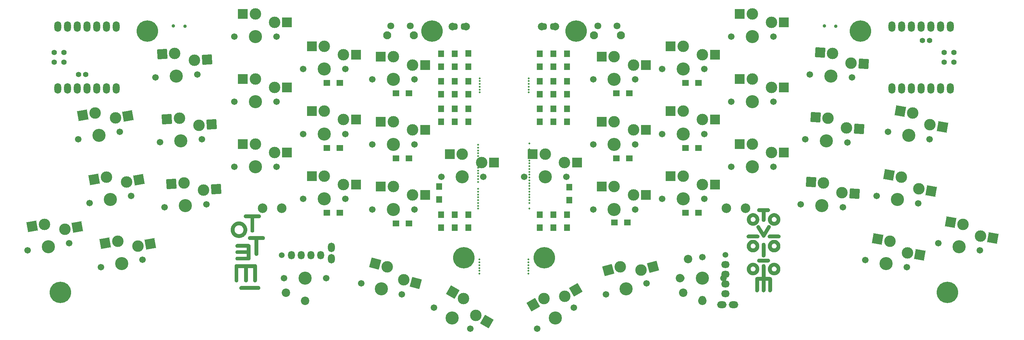
<source format=gbs>
G04 #@! TF.GenerationSoftware,KiCad,Pcbnew,9.0.2*
G04 #@! TF.CreationDate,2025-07-22T14:04:35+09:00*
G04 #@! TF.ProjectId,totem+1,746f7465-6d2b-4312-9e6b-696361645f70,0.3*
G04 #@! TF.SameCoordinates,Original*
G04 #@! TF.FileFunction,Soldermask,Bot*
G04 #@! TF.FilePolarity,Negative*
%FSLAX46Y46*%
G04 Gerber Fmt 4.6, Leading zero omitted, Abs format (unit mm)*
G04 Created by KiCad (PCBNEW 9.0.2) date 2025-07-22 14:04:35*
%MOMM*%
%LPD*%
G01*
G04 APERTURE LIST*
G04 Aperture macros list*
%AMRotRect*
0 Rectangle, with rotation*
0 The origin of the aperture is its center*
0 $1 length*
0 $2 width*
0 $3 Rotation angle, in degrees counterclockwise*
0 Add horizontal line*
21,1,$1,$2,0,0,$3*%
G04 Aperture macros list end*
%ADD10C,0.000000*%
%ADD11C,1.701800*%
%ADD12C,3.000000*%
%ADD13C,3.429000*%
%ADD14RotRect,2.600000X2.600000X10.000000*%
%ADD15R,2.600000X2.600000*%
%ADD16RotRect,2.600000X2.600000X4.000000*%
%ADD17C,0.500000*%
%ADD18RotRect,2.600000X2.600000X356.000000*%
%ADD19C,5.600000*%
%ADD20O,1.800000X2.750000*%
%ADD21C,1.397000*%
%ADD22C,1.500000*%
%ADD23C,2.200000*%
%ADD24O,1.800000X2.200000*%
%ADD25O,1.800000X2.500000*%
%ADD26C,2.500000*%
%ADD27RotRect,2.600000X2.600000X350.000000*%
%ADD28RotRect,2.600000X2.600000X345.000000*%
%ADD29C,0.900000*%
%ADD30C,1.800000*%
%ADD31C,2.100000*%
%ADD32RotRect,2.600000X2.600000X15.000000*%
%ADD33RotRect,2.600000X2.600000X30.000000*%
%ADD34RotRect,2.600000X2.600000X330.000000*%
%ADD35O,2.200000X1.800000*%
%ADD36O,2.500000X1.800000*%
%ADD37C,2.000000*%
%ADD38O,1.200000X1.750000*%
%ADD39R,1.800000X1.500000*%
%ADD40R,1.500000X1.800000*%
G04 APERTURE END LIST*
D10*
G36*
X220552427Y-100317415D02*
G01*
X220635485Y-100323744D01*
X220717345Y-100334166D01*
X220797903Y-100348578D01*
X220877055Y-100366877D01*
X220954698Y-100388958D01*
X221030728Y-100414720D01*
X221105043Y-100444057D01*
X221177539Y-100476868D01*
X221248112Y-100513048D01*
X221316660Y-100552494D01*
X221383078Y-100595104D01*
X221447264Y-100640772D01*
X221509115Y-100689397D01*
X221568526Y-100740875D01*
X221625394Y-100795102D01*
X221679617Y-100851975D01*
X221731090Y-100911391D01*
X221779711Y-100973247D01*
X221825376Y-101037438D01*
X221867982Y-101103862D01*
X221907425Y-101172415D01*
X221943602Y-101242994D01*
X221976410Y-101315495D01*
X222005745Y-101389816D01*
X222031504Y-101465853D01*
X222053584Y-101543501D01*
X222071881Y-101622660D01*
X222086292Y-101703223D01*
X222096713Y-101785089D01*
X222103042Y-101868155D01*
X222105174Y-101952315D01*
X222103042Y-102036476D01*
X222096713Y-102119541D01*
X222086292Y-102201407D01*
X222071881Y-102281971D01*
X222053584Y-102361129D01*
X222031504Y-102438778D01*
X222005745Y-102514815D01*
X221976410Y-102589135D01*
X221943602Y-102661637D01*
X221907425Y-102732216D01*
X221867982Y-102800769D01*
X221825376Y-102867193D01*
X221779711Y-102931384D01*
X221731090Y-102993239D01*
X221679617Y-103052655D01*
X221625394Y-103109529D01*
X221568526Y-103163756D01*
X221509115Y-103215233D01*
X221447264Y-103263858D01*
X221383078Y-103309527D01*
X221316660Y-103352136D01*
X221248112Y-103391583D01*
X221177539Y-103427763D01*
X221105043Y-103460573D01*
X221030728Y-103489911D01*
X220954698Y-103515672D01*
X220877055Y-103537754D01*
X220797903Y-103556052D01*
X220717345Y-103570464D01*
X220635485Y-103580887D01*
X220552427Y-103587216D01*
X220468272Y-103589349D01*
X220384118Y-103587216D01*
X220301059Y-103580887D01*
X220219200Y-103570464D01*
X220138642Y-103556052D01*
X220059490Y-103537754D01*
X219981847Y-103515672D01*
X219905817Y-103489911D01*
X219831502Y-103460573D01*
X219759006Y-103427763D01*
X219688433Y-103391583D01*
X219619885Y-103352136D01*
X219553467Y-103309527D01*
X219489281Y-103263858D01*
X219427430Y-103215233D01*
X219368019Y-103163756D01*
X219311151Y-103109529D01*
X219256928Y-103052655D01*
X219205455Y-102993239D01*
X219156834Y-102931384D01*
X219111169Y-102867193D01*
X219068563Y-102800769D01*
X219029120Y-102732216D01*
X218992943Y-102661637D01*
X218960135Y-102589135D01*
X218930800Y-102514815D01*
X218905041Y-102438778D01*
X218882961Y-102361129D01*
X218864664Y-102281971D01*
X218850253Y-102201407D01*
X218839832Y-102119541D01*
X218833503Y-102036476D01*
X218831371Y-101952315D01*
X219829738Y-101952315D01*
X219830568Y-101985188D01*
X219833033Y-102017628D01*
X219837092Y-102049595D01*
X219842705Y-102081049D01*
X219849833Y-102111950D01*
X219858434Y-102142259D01*
X219868469Y-102171933D01*
X219879899Y-102200935D01*
X219892682Y-102229224D01*
X219906779Y-102256759D01*
X219922150Y-102283502D01*
X219938755Y-102309410D01*
X219956554Y-102334446D01*
X219975506Y-102358568D01*
X219995572Y-102381736D01*
X220016711Y-102403911D01*
X220038885Y-102425052D01*
X220062051Y-102445119D01*
X220086171Y-102464073D01*
X220111204Y-102481873D01*
X220137111Y-102498479D01*
X220163851Y-102513852D01*
X220191384Y-102527950D01*
X220219671Y-102540734D01*
X220248671Y-102552165D01*
X220278343Y-102562201D01*
X220308649Y-102570803D01*
X220339548Y-102577931D01*
X220371000Y-102583545D01*
X220402965Y-102587604D01*
X220435402Y-102590069D01*
X220468272Y-102590899D01*
X220501133Y-102590069D01*
X220533541Y-102587604D01*
X220565458Y-102583545D01*
X220596845Y-102577931D01*
X220627663Y-102570803D01*
X220657875Y-102562201D01*
X220687440Y-102552165D01*
X220716321Y-102540734D01*
X220744478Y-102527950D01*
X220771873Y-102513852D01*
X220798466Y-102498479D01*
X220824220Y-102481873D01*
X220849096Y-102464073D01*
X220873054Y-102445119D01*
X220896056Y-102425052D01*
X220918063Y-102403911D01*
X220939037Y-102381736D01*
X220958939Y-102358567D01*
X220977729Y-102334446D01*
X220995370Y-102309410D01*
X221011822Y-102283502D01*
X221027047Y-102256759D01*
X221041005Y-102229224D01*
X221053659Y-102200935D01*
X221064970Y-102171933D01*
X221074898Y-102142259D01*
X221083405Y-102111950D01*
X221090452Y-102081049D01*
X221096000Y-102049595D01*
X221100011Y-102017628D01*
X221102447Y-101985188D01*
X221103267Y-101952315D01*
X221102437Y-101919453D01*
X221099973Y-101887042D01*
X221095916Y-101855123D01*
X221090306Y-101823733D01*
X221083186Y-101792912D01*
X221074594Y-101762698D01*
X221064573Y-101733130D01*
X221053161Y-101704247D01*
X221040401Y-101676087D01*
X221026334Y-101648690D01*
X221010998Y-101622093D01*
X220994436Y-101596337D01*
X220976688Y-101571459D01*
X220957795Y-101547498D01*
X220937797Y-101524494D01*
X220916736Y-101502484D01*
X220894651Y-101481508D01*
X220871584Y-101461604D01*
X220847575Y-101442812D01*
X220822665Y-101425169D01*
X220796894Y-101408715D01*
X220770304Y-101393489D01*
X220742935Y-101379528D01*
X220714827Y-101366873D01*
X220686022Y-101355561D01*
X220656560Y-101345632D01*
X220626482Y-101337124D01*
X220595828Y-101330076D01*
X220564640Y-101324527D01*
X220532957Y-101320515D01*
X220500821Y-101318080D01*
X220468272Y-101317259D01*
X220435714Y-101318090D01*
X220403548Y-101320554D01*
X220371818Y-101324611D01*
X220340564Y-101330221D01*
X220309831Y-101337342D01*
X220279658Y-101345934D01*
X220250089Y-101355957D01*
X220221164Y-101367369D01*
X220192928Y-101380130D01*
X220165420Y-101394199D01*
X220138683Y-101409536D01*
X220112760Y-101426099D01*
X220087692Y-101443849D01*
X220063521Y-101462744D01*
X220040289Y-101482743D01*
X220018039Y-101503807D01*
X219996812Y-101525894D01*
X219976649Y-101548963D01*
X219957594Y-101572974D01*
X219939689Y-101597887D01*
X219922974Y-101623660D01*
X219907492Y-101650253D01*
X219893286Y-101677625D01*
X219880397Y-101705735D01*
X219868866Y-101734543D01*
X219858737Y-101764008D01*
X219850051Y-101794089D01*
X219842851Y-101824746D01*
X219837177Y-101855938D01*
X219833072Y-101887624D01*
X219830578Y-101919763D01*
X219829738Y-101952315D01*
X218831371Y-101952315D01*
X218833503Y-101868155D01*
X218839832Y-101785089D01*
X218850253Y-101703223D01*
X218864664Y-101622660D01*
X218882961Y-101543501D01*
X218905041Y-101465853D01*
X218930800Y-101389816D01*
X218960135Y-101315495D01*
X218992943Y-101242994D01*
X219029120Y-101172415D01*
X219068563Y-101103862D01*
X219111169Y-101037438D01*
X219156834Y-100973247D01*
X219205455Y-100911391D01*
X219256928Y-100851975D01*
X219311151Y-100795102D01*
X219368019Y-100740875D01*
X219427430Y-100689397D01*
X219489281Y-100640772D01*
X219553467Y-100595104D01*
X219619885Y-100552494D01*
X219688433Y-100513048D01*
X219759006Y-100476868D01*
X219831502Y-100444057D01*
X219905817Y-100414720D01*
X219981847Y-100388958D01*
X220059490Y-100366877D01*
X220138642Y-100348578D01*
X220219200Y-100334166D01*
X220301059Y-100323744D01*
X220384118Y-100317415D01*
X220468272Y-100315282D01*
X220552427Y-100317415D01*
G37*
G36*
X221672514Y-105911478D02*
G01*
X221698111Y-105913396D01*
X221723316Y-105916556D01*
X221748100Y-105920927D01*
X221772431Y-105926479D01*
X221796280Y-105933182D01*
X221819616Y-105941004D01*
X221842409Y-105949917D01*
X221864628Y-105959889D01*
X221886243Y-105970890D01*
X221907224Y-105982890D01*
X221927540Y-105995858D01*
X221947161Y-106009764D01*
X221966056Y-106024578D01*
X221984196Y-106040269D01*
X222001550Y-106056807D01*
X222018087Y-106074162D01*
X222033777Y-106092302D01*
X222048590Y-106111199D01*
X222062496Y-106130821D01*
X222075463Y-106151138D01*
X222087463Y-106172120D01*
X222098463Y-106193737D01*
X222108435Y-106215957D01*
X222117347Y-106238751D01*
X222125169Y-106262088D01*
X222131871Y-106285939D01*
X222137423Y-106310271D01*
X222141794Y-106335056D01*
X222144953Y-106360263D01*
X222146871Y-106385862D01*
X222147517Y-106411821D01*
X222146861Y-106437781D01*
X222144914Y-106463379D01*
X222141709Y-106488586D01*
X222137278Y-106513371D01*
X222131652Y-106537704D01*
X222124866Y-106561554D01*
X222116950Y-106584891D01*
X222107937Y-106607685D01*
X222097859Y-106629906D01*
X222086750Y-106651522D01*
X222074640Y-106672504D01*
X222061563Y-106692821D01*
X222047550Y-106712443D01*
X222032634Y-106731340D01*
X222016848Y-106749481D01*
X222000222Y-106766835D01*
X221982791Y-106783373D01*
X221964586Y-106799064D01*
X221945640Y-106813878D01*
X221925984Y-106827784D01*
X221905652Y-106840752D01*
X221884674Y-106852752D01*
X221863085Y-106863753D01*
X221840915Y-106873725D01*
X221818198Y-106882638D01*
X221794965Y-106890460D01*
X221771250Y-106897163D01*
X221747083Y-106902715D01*
X221722498Y-106907086D01*
X221697527Y-106910245D01*
X221672203Y-106912164D01*
X221646556Y-106912810D01*
X219282924Y-106912810D01*
X219256966Y-106912164D01*
X219231369Y-106910245D01*
X219206164Y-106907086D01*
X219181380Y-106902715D01*
X219157049Y-106897163D01*
X219133200Y-106890460D01*
X219109864Y-106882638D01*
X219087071Y-106873725D01*
X219064852Y-106863753D01*
X219043237Y-106852752D01*
X219022256Y-106840752D01*
X219001940Y-106827784D01*
X218982319Y-106813878D01*
X218963424Y-106799064D01*
X218945284Y-106783373D01*
X218927930Y-106766835D01*
X218911393Y-106749481D01*
X218895703Y-106731340D01*
X218880890Y-106712443D01*
X218866984Y-106692821D01*
X218854017Y-106672504D01*
X218842017Y-106651522D01*
X218831017Y-106629906D01*
X218821045Y-106607685D01*
X218812133Y-106584891D01*
X218804311Y-106561554D01*
X218797609Y-106537704D01*
X218792057Y-106513371D01*
X218787686Y-106488586D01*
X218784527Y-106463379D01*
X218782609Y-106437781D01*
X218781963Y-106411821D01*
X218782619Y-106385862D01*
X218784566Y-106360263D01*
X218787771Y-106335056D01*
X218792202Y-106310271D01*
X218797828Y-106285939D01*
X218804614Y-106262088D01*
X218812530Y-106238751D01*
X218821543Y-106215957D01*
X218831621Y-106193737D01*
X218842730Y-106172120D01*
X218854840Y-106151138D01*
X218867918Y-106130821D01*
X218881930Y-106111199D01*
X218896846Y-106092302D01*
X218912633Y-106074162D01*
X218929258Y-106056807D01*
X218946689Y-106040269D01*
X218964894Y-106024578D01*
X218983840Y-106009764D01*
X219003496Y-105995858D01*
X219023829Y-105982890D01*
X219044806Y-105970890D01*
X219066395Y-105959889D01*
X219088565Y-105949917D01*
X219111282Y-105941004D01*
X219134515Y-105933182D01*
X219158230Y-105926479D01*
X219182397Y-105920927D01*
X219206982Y-105916556D01*
X219231953Y-105913396D01*
X219257278Y-105911478D01*
X219282924Y-105910832D01*
X221646556Y-105910832D01*
X221672514Y-105911478D01*
G37*
G36*
X85075896Y-113645060D02*
G01*
X85101492Y-113647007D01*
X85126697Y-113650212D01*
X85151480Y-113654644D01*
X85175811Y-113660269D01*
X85199659Y-113667056D01*
X85222995Y-113674972D01*
X85245787Y-113683985D01*
X85268006Y-113694062D01*
X85289620Y-113705172D01*
X85310600Y-113717282D01*
X85330916Y-113730360D01*
X85350536Y-113744373D01*
X85369432Y-113759289D01*
X85387571Y-113775076D01*
X85404924Y-113791701D01*
X85421461Y-113809133D01*
X85437151Y-113827339D01*
X85451963Y-113846286D01*
X85465868Y-113865943D01*
X85478835Y-113886276D01*
X85490834Y-113907255D01*
X85501834Y-113928846D01*
X85511806Y-113951017D01*
X85520717Y-113973735D01*
X85528539Y-113996970D01*
X85535241Y-114020687D01*
X85540793Y-114044855D01*
X85545163Y-114069442D01*
X85548323Y-114094416D01*
X85550241Y-114119743D01*
X85550887Y-114145392D01*
X85550887Y-117902807D01*
X85550241Y-117928766D01*
X85548323Y-117954365D01*
X85545163Y-117979571D01*
X85540793Y-118004356D01*
X85535241Y-118028689D01*
X85528539Y-118052539D01*
X85520717Y-118075876D01*
X85511806Y-118098670D01*
X85501834Y-118120890D01*
X85490834Y-118142507D01*
X85478835Y-118163489D01*
X85465868Y-118183806D01*
X85451963Y-118203428D01*
X85437151Y-118222325D01*
X85421461Y-118240465D01*
X85404924Y-118257820D01*
X85387571Y-118274358D01*
X85369432Y-118290049D01*
X85350536Y-118304863D01*
X85330916Y-118318769D01*
X85310600Y-118331737D01*
X85289620Y-118343737D01*
X85268006Y-118354738D01*
X85245787Y-118364710D01*
X85222995Y-118373623D01*
X85199659Y-118381445D01*
X85175811Y-118388148D01*
X85151480Y-118393700D01*
X85126697Y-118398071D01*
X85101492Y-118401231D01*
X85075896Y-118403149D01*
X85049938Y-118403795D01*
X85023981Y-118403139D01*
X84998385Y-118401192D01*
X84973180Y-118397987D01*
X84948397Y-118393555D01*
X84924066Y-118387930D01*
X84900218Y-118381143D01*
X84876882Y-118373227D01*
X84854090Y-118364214D01*
X84831871Y-118354137D01*
X84810257Y-118343027D01*
X84789277Y-118330917D01*
X84768961Y-118317839D01*
X84749340Y-118303826D01*
X84730445Y-118288910D01*
X84712306Y-118273123D01*
X84694953Y-118256497D01*
X84678416Y-118239066D01*
X84662726Y-118220860D01*
X84647914Y-118201913D01*
X84634009Y-118182256D01*
X84621042Y-118161922D01*
X84609043Y-118140944D01*
X84598043Y-118119353D01*
X84588071Y-118097182D01*
X84579160Y-118074464D01*
X84571338Y-118051229D01*
X84564636Y-118027512D01*
X84559084Y-118003344D01*
X84554714Y-117978757D01*
X84551554Y-117953783D01*
X84549636Y-117928456D01*
X84548990Y-117902807D01*
X84548990Y-114646380D01*
X83190785Y-114646380D01*
X83190785Y-117902807D01*
X83190139Y-117928766D01*
X83188221Y-117954365D01*
X83185062Y-117979571D01*
X83180691Y-118004356D01*
X83175139Y-118028689D01*
X83168437Y-118052539D01*
X83160615Y-118075876D01*
X83151704Y-118098670D01*
X83141732Y-118120890D01*
X83130732Y-118142507D01*
X83118733Y-118163489D01*
X83105766Y-118183806D01*
X83091861Y-118203428D01*
X83077049Y-118222325D01*
X83061359Y-118240465D01*
X83044822Y-118257820D01*
X83027469Y-118274358D01*
X83009330Y-118290049D01*
X82990434Y-118304863D01*
X82970814Y-118318769D01*
X82950498Y-118331737D01*
X82929518Y-118343737D01*
X82907904Y-118354738D01*
X82885685Y-118364710D01*
X82862893Y-118373623D01*
X82839557Y-118381445D01*
X82815709Y-118388148D01*
X82791378Y-118393700D01*
X82766595Y-118398071D01*
X82741390Y-118401231D01*
X82715794Y-118403149D01*
X82689837Y-118403795D01*
X82663879Y-118403139D01*
X82638283Y-118401192D01*
X82613078Y-118397987D01*
X82588295Y-118393555D01*
X82563964Y-118387930D01*
X82540116Y-118381143D01*
X82516780Y-118373227D01*
X82493988Y-118364214D01*
X82471770Y-118354137D01*
X82450155Y-118343027D01*
X82429175Y-118330917D01*
X82408859Y-118317839D01*
X82389239Y-118303826D01*
X82370344Y-118288910D01*
X82352204Y-118273123D01*
X82334851Y-118256497D01*
X82318314Y-118239066D01*
X82302625Y-118220860D01*
X82287812Y-118201913D01*
X82273907Y-118182256D01*
X82260940Y-118161922D01*
X82248941Y-118140944D01*
X82237941Y-118119353D01*
X82227970Y-118097182D01*
X82219058Y-118074464D01*
X82211236Y-118051229D01*
X82204534Y-118027512D01*
X82198983Y-118003344D01*
X82194612Y-117978757D01*
X82191452Y-117953783D01*
X82189534Y-117928456D01*
X82188888Y-117902807D01*
X82188888Y-114646381D01*
X80710738Y-114646381D01*
X80710738Y-117902807D01*
X80710092Y-117928767D01*
X80708174Y-117954365D01*
X80705014Y-117979572D01*
X80700643Y-118004357D01*
X80695092Y-118028690D01*
X80688390Y-118052540D01*
X80680568Y-118075877D01*
X80671656Y-118098671D01*
X80661685Y-118120891D01*
X80650685Y-118142508D01*
X80638686Y-118163490D01*
X80625719Y-118183807D01*
X80611814Y-118203429D01*
X80597001Y-118222325D01*
X80581312Y-118240466D01*
X80564775Y-118257821D01*
X80547422Y-118274359D01*
X80529282Y-118290050D01*
X80510387Y-118304863D01*
X80490767Y-118318770D01*
X80470451Y-118331738D01*
X80449471Y-118343738D01*
X80427856Y-118354739D01*
X80405638Y-118364711D01*
X80382845Y-118373623D01*
X80359510Y-118381446D01*
X80335662Y-118388148D01*
X80311331Y-118393700D01*
X80286548Y-118398071D01*
X80261343Y-118401231D01*
X80235747Y-118403149D01*
X80209789Y-118403795D01*
X80183832Y-118403139D01*
X80158236Y-118401192D01*
X80133031Y-118397987D01*
X80108248Y-118393555D01*
X80083917Y-118387930D01*
X80060069Y-118381143D01*
X80036733Y-118373227D01*
X80013941Y-118364214D01*
X79991722Y-118354137D01*
X79970108Y-118343027D01*
X79949128Y-118330917D01*
X79928812Y-118317839D01*
X79909192Y-118303826D01*
X79890296Y-118288910D01*
X79872157Y-118273123D01*
X79854804Y-118256497D01*
X79838267Y-118239066D01*
X79822577Y-118220860D01*
X79807765Y-118201913D01*
X79793860Y-118182256D01*
X79780893Y-118161922D01*
X79768894Y-118140944D01*
X79757894Y-118119353D01*
X79747922Y-118097182D01*
X79739011Y-118074464D01*
X79731189Y-118051229D01*
X79724487Y-118027512D01*
X79718935Y-118003344D01*
X79714565Y-117978757D01*
X79711405Y-117953783D01*
X79709487Y-117928456D01*
X79708841Y-117902807D01*
X79708841Y-114646380D01*
X79708841Y-114145392D01*
X79709497Y-114119433D01*
X79711444Y-114093835D01*
X79714649Y-114068628D01*
X79719080Y-114043843D01*
X79724705Y-114019510D01*
X79731491Y-113995660D01*
X79739406Y-113972323D01*
X79748419Y-113949529D01*
X79758495Y-113927308D01*
X79769604Y-113905692D01*
X79781713Y-113884710D01*
X79794790Y-113864393D01*
X79808802Y-113844771D01*
X79823717Y-113825874D01*
X79839503Y-113807734D01*
X79856127Y-113790379D01*
X79873557Y-113773841D01*
X79891761Y-113758150D01*
X79910707Y-113743336D01*
X79930362Y-113729430D01*
X79950694Y-113716462D01*
X79971671Y-113704462D01*
X79993260Y-113693461D01*
X80015429Y-113683489D01*
X80038146Y-113674576D01*
X80061379Y-113666754D01*
X80085094Y-113660051D01*
X80109261Y-113654499D01*
X80133846Y-113650128D01*
X80158817Y-113646968D01*
X80184142Y-113645050D01*
X80209789Y-113644404D01*
X85049938Y-113644404D01*
X85075896Y-113645060D01*
G37*
G36*
X215049055Y-113283144D02*
G01*
X215132113Y-113289473D01*
X215213973Y-113299896D01*
X215294531Y-113314308D01*
X215373683Y-113332606D01*
X215451325Y-113354688D01*
X215527356Y-113380449D01*
X215601671Y-113409787D01*
X215674166Y-113442597D01*
X215744740Y-113478777D01*
X215813288Y-113518224D01*
X215879706Y-113560833D01*
X215943892Y-113606502D01*
X216005742Y-113655127D01*
X216065153Y-113706604D01*
X216122022Y-113760832D01*
X216176245Y-113817705D01*
X216227718Y-113877121D01*
X216276339Y-113938976D01*
X216322004Y-114003167D01*
X216364610Y-114069591D01*
X216404053Y-114138144D01*
X216440230Y-114208723D01*
X216473038Y-114281224D01*
X216502373Y-114355545D01*
X216528132Y-114431582D01*
X216550212Y-114509230D01*
X216568509Y-114588388D01*
X216582919Y-114668952D01*
X216593341Y-114750818D01*
X216599670Y-114833883D01*
X216601802Y-114918044D01*
X216599670Y-115002205D01*
X216593341Y-115085270D01*
X216582919Y-115167136D01*
X216568509Y-115247699D01*
X216550212Y-115326857D01*
X216528132Y-115404507D01*
X216502373Y-115480543D01*
X216473038Y-115554864D01*
X216440230Y-115627365D01*
X216404053Y-115697944D01*
X216364610Y-115766497D01*
X216322004Y-115832921D01*
X216276339Y-115897113D01*
X216227718Y-115958968D01*
X216176245Y-116018384D01*
X216122022Y-116075257D01*
X216065153Y-116129484D01*
X216005742Y-116180962D01*
X215943892Y-116229587D01*
X215879706Y-116275256D01*
X215813288Y-116317865D01*
X215744740Y-116357312D01*
X215674166Y-116393492D01*
X215601671Y-116426303D01*
X215527356Y-116455640D01*
X215451325Y-116481402D01*
X215373683Y-116503483D01*
X215294531Y-116521782D01*
X215213973Y-116536194D01*
X215132113Y-116546616D01*
X215049055Y-116552946D01*
X214964900Y-116555078D01*
X214880746Y-116552946D01*
X214797687Y-116546616D01*
X214715827Y-116536194D01*
X214635269Y-116521782D01*
X214556117Y-116503483D01*
X214478474Y-116481402D01*
X214402443Y-116455640D01*
X214328127Y-116426303D01*
X214255631Y-116393492D01*
X214185057Y-116357312D01*
X214116509Y-116317865D01*
X214050090Y-116275256D01*
X213985903Y-116229587D01*
X213924052Y-116180962D01*
X213864640Y-116129484D01*
X213807771Y-116075257D01*
X213753548Y-116018384D01*
X213702073Y-115958968D01*
X213653452Y-115897113D01*
X213607786Y-115832921D01*
X213565180Y-115766497D01*
X213525736Y-115697944D01*
X213489558Y-115627365D01*
X213456750Y-115554864D01*
X213427414Y-115480543D01*
X213401655Y-115404507D01*
X213379575Y-115326857D01*
X213361277Y-115247699D01*
X213346866Y-115167136D01*
X213336445Y-115085270D01*
X213330116Y-115002205D01*
X213327983Y-114918044D01*
X214329890Y-114918044D01*
X214330721Y-114950606D01*
X214333185Y-114982775D01*
X214337242Y-115014509D01*
X214342851Y-115045765D01*
X214349972Y-115076501D01*
X214358563Y-115106677D01*
X214368585Y-115136249D01*
X214379996Y-115165175D01*
X214392756Y-115193415D01*
X214406824Y-115220925D01*
X214422160Y-115247663D01*
X214438722Y-115273589D01*
X214456470Y-115298659D01*
X214475363Y-115322831D01*
X214495362Y-115346065D01*
X214516423Y-115368317D01*
X214538509Y-115389545D01*
X214561576Y-115409709D01*
X214585586Y-115428765D01*
X214610496Y-115446672D01*
X214636268Y-115463388D01*
X214662858Y-115478870D01*
X214690228Y-115493078D01*
X214718337Y-115505968D01*
X214747143Y-115517498D01*
X214776605Y-115527628D01*
X214806685Y-115536314D01*
X214837339Y-115543516D01*
X214868529Y-115549190D01*
X214900213Y-115553295D01*
X214932350Y-115555788D01*
X214964900Y-115556629D01*
X214997459Y-115555798D01*
X215029625Y-115553333D01*
X215061355Y-115549274D01*
X215092608Y-115543661D01*
X215123341Y-115536533D01*
X215153513Y-115527930D01*
X215183082Y-115517894D01*
X215212006Y-115506464D01*
X215240242Y-115493679D01*
X215267749Y-115479581D01*
X215294485Y-115464209D01*
X215320408Y-115447603D01*
X215345475Y-115429802D01*
X215369645Y-115410849D01*
X215392876Y-115390781D01*
X215415126Y-115369640D01*
X215436353Y-115347465D01*
X215456514Y-115324297D01*
X215475569Y-115300175D01*
X215493474Y-115275139D01*
X215510188Y-115249230D01*
X215525669Y-115222488D01*
X215539875Y-115194953D01*
X215552763Y-115166664D01*
X215564293Y-115137662D01*
X215574422Y-115107987D01*
X215583107Y-115077679D01*
X215590308Y-115046778D01*
X215595981Y-115015324D01*
X215600086Y-114983357D01*
X215602579Y-114950917D01*
X215603420Y-114918044D01*
X215602589Y-114885181D01*
X215600124Y-114852771D01*
X215596065Y-114820851D01*
X215590452Y-114789462D01*
X215583325Y-114758640D01*
X215574724Y-114728426D01*
X215564688Y-114698858D01*
X215553259Y-114669975D01*
X215540476Y-114641816D01*
X215526379Y-114614418D01*
X215511008Y-114587822D01*
X215494403Y-114562065D01*
X215476605Y-114537187D01*
X215457653Y-114513227D01*
X215437587Y-114490222D01*
X215416448Y-114468213D01*
X215394275Y-114447237D01*
X215371109Y-114427333D01*
X215346990Y-114408541D01*
X215321957Y-114390898D01*
X215296051Y-114374444D01*
X215269311Y-114359218D01*
X215241779Y-114345257D01*
X215213493Y-114332602D01*
X215184494Y-114321290D01*
X215154822Y-114311361D01*
X215124517Y-114302853D01*
X215093620Y-114295805D01*
X215062169Y-114290256D01*
X215030205Y-114286244D01*
X214997769Y-114283809D01*
X214964900Y-114282988D01*
X214932040Y-114283819D01*
X214899632Y-114286283D01*
X214867715Y-114290340D01*
X214836327Y-114295950D01*
X214805508Y-114303071D01*
X214775297Y-114311664D01*
X214745731Y-114321686D01*
X214716850Y-114333098D01*
X214688692Y-114345859D01*
X214661297Y-114359929D01*
X214634702Y-114375265D01*
X214608948Y-114391829D01*
X214584071Y-114409578D01*
X214560113Y-114428473D01*
X214537110Y-114448473D01*
X214515102Y-114469536D01*
X214494127Y-114491623D01*
X214474225Y-114514693D01*
X214455434Y-114538704D01*
X214437792Y-114563616D01*
X214421340Y-114589389D01*
X214406114Y-114615982D01*
X214392155Y-114643354D01*
X214379501Y-114671464D01*
X214368190Y-114700272D01*
X214358261Y-114729737D01*
X214349754Y-114759818D01*
X214342706Y-114790475D01*
X214337158Y-114821667D01*
X214333146Y-114853352D01*
X214330711Y-114885492D01*
X214329890Y-114918044D01*
X213327983Y-114918044D01*
X213330116Y-114833883D01*
X213336444Y-114750818D01*
X213346866Y-114668952D01*
X213361277Y-114588388D01*
X213379574Y-114509230D01*
X213401653Y-114431582D01*
X213427413Y-114355545D01*
X213456748Y-114281224D01*
X213489556Y-114208723D01*
X213525733Y-114138144D01*
X213565176Y-114069591D01*
X213607782Y-114003167D01*
X213653447Y-113938976D01*
X213702068Y-113877121D01*
X213753542Y-113817705D01*
X213807765Y-113760832D01*
X213864634Y-113706604D01*
X213924046Y-113655127D01*
X213985896Y-113606502D01*
X214050083Y-113560833D01*
X214116502Y-113518224D01*
X214185050Y-113478777D01*
X214255624Y-113442597D01*
X214328121Y-113409787D01*
X214402437Y-113380449D01*
X214478468Y-113354688D01*
X214556112Y-113332606D01*
X214635265Y-113314308D01*
X214715823Y-113299896D01*
X214797685Y-113289473D01*
X214880745Y-113283144D01*
X214964900Y-113281011D01*
X215049055Y-113283144D01*
G37*
G36*
X217742551Y-108053038D02*
G01*
X217768146Y-108054985D01*
X217793350Y-108058191D01*
X217818133Y-108062622D01*
X217842463Y-108068247D01*
X217866311Y-108075034D01*
X217889646Y-108082950D01*
X217912438Y-108091963D01*
X217934656Y-108102041D01*
X217956270Y-108113151D01*
X217977251Y-108125261D01*
X217997566Y-108138338D01*
X218017187Y-108152351D01*
X218036082Y-108167267D01*
X218054221Y-108183054D01*
X218071575Y-108199680D01*
X218088111Y-108217112D01*
X218103801Y-108235317D01*
X218118614Y-108254265D01*
X218132519Y-108273921D01*
X218145487Y-108294255D01*
X218157486Y-108315234D01*
X218168486Y-108336824D01*
X218178458Y-108358995D01*
X218187370Y-108381714D01*
X218195192Y-108404948D01*
X218201894Y-108428666D01*
X218207445Y-108452834D01*
X218211816Y-108477421D01*
X218214976Y-108502395D01*
X218216894Y-108527722D01*
X218217540Y-108553371D01*
X218217540Y-111404068D01*
X218216884Y-111430027D01*
X218214937Y-111455625D01*
X218211732Y-111480832D01*
X218207301Y-111505617D01*
X218201676Y-111529950D01*
X218194890Y-111553800D01*
X218186974Y-111577137D01*
X218177962Y-111599931D01*
X218167885Y-111622152D01*
X218156776Y-111643768D01*
X218144667Y-111664750D01*
X218131590Y-111685067D01*
X218117578Y-111704689D01*
X218102663Y-111723586D01*
X218086877Y-111741727D01*
X218070253Y-111759081D01*
X218052822Y-111775619D01*
X218034618Y-111791310D01*
X218015672Y-111806124D01*
X217996017Y-111820030D01*
X217975685Y-111832998D01*
X217954709Y-111844998D01*
X217933120Y-111855999D01*
X217910951Y-111865971D01*
X217888234Y-111874884D01*
X217865002Y-111882706D01*
X217841287Y-111889409D01*
X217817121Y-111894961D01*
X217792536Y-111899332D01*
X217767565Y-111902492D01*
X217742240Y-111904410D01*
X217716594Y-111905056D01*
X217690636Y-111904400D01*
X217665039Y-111902453D01*
X217639834Y-111899248D01*
X217615050Y-111894816D01*
X217590719Y-111889191D01*
X217566870Y-111882404D01*
X217543534Y-111874488D01*
X217520741Y-111865475D01*
X217498522Y-111855397D01*
X217476907Y-111844288D01*
X217455926Y-111832178D01*
X217435610Y-111819100D01*
X217415989Y-111805087D01*
X217397094Y-111790171D01*
X217378954Y-111774384D01*
X217361600Y-111757758D01*
X217345063Y-111740326D01*
X217329373Y-111722121D01*
X217314560Y-111703173D01*
X217300654Y-111683517D01*
X217287687Y-111663183D01*
X217275687Y-111642205D01*
X217264687Y-111620614D01*
X217254715Y-111598443D01*
X217245803Y-111575724D01*
X217237981Y-111552490D01*
X217231279Y-111528773D01*
X217225727Y-111504604D01*
X217221356Y-111480017D01*
X217218197Y-111455044D01*
X217216279Y-111429717D01*
X217215633Y-111404068D01*
X217215633Y-108553371D01*
X217216279Y-108527412D01*
X217218197Y-108501813D01*
X217221356Y-108476606D01*
X217225727Y-108451821D01*
X217231279Y-108427488D01*
X217237981Y-108403638D01*
X217245803Y-108380301D01*
X217254715Y-108357507D01*
X217264687Y-108335286D01*
X217275687Y-108313670D01*
X217287687Y-108292688D01*
X217300654Y-108272371D01*
X217314560Y-108252749D01*
X217329373Y-108233852D01*
X217345063Y-108215711D01*
X217361600Y-108198357D01*
X217378954Y-108181819D01*
X217397094Y-108166128D01*
X217415989Y-108151314D01*
X217435610Y-108137408D01*
X217455926Y-108124440D01*
X217476907Y-108112440D01*
X217498522Y-108101439D01*
X217520741Y-108091467D01*
X217543534Y-108082554D01*
X217566870Y-108074732D01*
X217590719Y-108068029D01*
X217615050Y-108062477D01*
X217639834Y-108058106D01*
X217665039Y-108054947D01*
X217690636Y-108053028D01*
X217716594Y-108052382D01*
X217742551Y-108053038D01*
G37*
G36*
X216176205Y-105911478D02*
G01*
X216201801Y-105913396D01*
X216227005Y-105916556D01*
X216251787Y-105920927D01*
X216276118Y-105926479D01*
X216299965Y-105933182D01*
X216323301Y-105941004D01*
X216346093Y-105949917D01*
X216368311Y-105959889D01*
X216389925Y-105970890D01*
X216410905Y-105982890D01*
X216431221Y-105995858D01*
X216450841Y-106009764D01*
X216469737Y-106024578D01*
X216487876Y-106040269D01*
X216505229Y-106056807D01*
X216521766Y-106074162D01*
X216537456Y-106092302D01*
X216552269Y-106111199D01*
X216566174Y-106130821D01*
X216579141Y-106151138D01*
X216591141Y-106172120D01*
X216602141Y-106193737D01*
X216612112Y-106215957D01*
X216621024Y-106238751D01*
X216628846Y-106262088D01*
X216635549Y-106285939D01*
X216641100Y-106310271D01*
X216645471Y-106335056D01*
X216648631Y-106360263D01*
X216650549Y-106385862D01*
X216651195Y-106411821D01*
X216650539Y-106437781D01*
X216648592Y-106463379D01*
X216645387Y-106488586D01*
X216640956Y-106513371D01*
X216635331Y-106537704D01*
X216628545Y-106561554D01*
X216620629Y-106584891D01*
X216611617Y-106607685D01*
X216601540Y-106629906D01*
X216590431Y-106651522D01*
X216578321Y-106672504D01*
X216565245Y-106692821D01*
X216551233Y-106712443D01*
X216536318Y-106731340D01*
X216520532Y-106749481D01*
X216503907Y-106766835D01*
X216486477Y-106783373D01*
X216468273Y-106799064D01*
X216449327Y-106813878D01*
X216429672Y-106827784D01*
X216409340Y-106840752D01*
X216388363Y-106852752D01*
X216366774Y-106863753D01*
X216344605Y-106873725D01*
X216321889Y-106882638D01*
X216298657Y-106890460D01*
X216274941Y-106897163D01*
X216250775Y-106902715D01*
X216226191Y-106907086D01*
X216201220Y-106910245D01*
X216175895Y-106912164D01*
X216150249Y-106912810D01*
X213786601Y-106912810D01*
X213760645Y-106912164D01*
X213735049Y-106910245D01*
X213709845Y-106907086D01*
X213685063Y-106902715D01*
X213660733Y-106897163D01*
X213636885Y-106890460D01*
X213613549Y-106882638D01*
X213590758Y-106873725D01*
X213568539Y-106863753D01*
X213546925Y-106852752D01*
X213525945Y-106840752D01*
X213505629Y-106827784D01*
X213486009Y-106813878D01*
X213467114Y-106799064D01*
X213448974Y-106783373D01*
X213431621Y-106766835D01*
X213415084Y-106749481D01*
X213399394Y-106731340D01*
X213384581Y-106712443D01*
X213370676Y-106692821D01*
X213357709Y-106672504D01*
X213345710Y-106651522D01*
X213334709Y-106629906D01*
X213324738Y-106607685D01*
X213315826Y-106584891D01*
X213308004Y-106561554D01*
X213301301Y-106537704D01*
X213295750Y-106513371D01*
X213291379Y-106488586D01*
X213288219Y-106463379D01*
X213286301Y-106437781D01*
X213285655Y-106411821D01*
X213286311Y-106385862D01*
X213288258Y-106360263D01*
X213291463Y-106335056D01*
X213295894Y-106310271D01*
X213301519Y-106285939D01*
X213308306Y-106262088D01*
X213316221Y-106238751D01*
X213325233Y-106215957D01*
X213335310Y-106193737D01*
X213346419Y-106172120D01*
X213358529Y-106151138D01*
X213371605Y-106130821D01*
X213385617Y-106111199D01*
X213400532Y-106092302D01*
X213416318Y-106074162D01*
X213432943Y-106056807D01*
X213450373Y-106040269D01*
X213468577Y-106024578D01*
X213487523Y-106009764D01*
X213507178Y-105995858D01*
X213527510Y-105982890D01*
X213548487Y-105970890D01*
X213570076Y-105959889D01*
X213592245Y-105949917D01*
X213614961Y-105941004D01*
X213638194Y-105933182D01*
X213661909Y-105926479D01*
X213686075Y-105920927D01*
X213710659Y-105916556D01*
X213735630Y-105913396D01*
X213760955Y-105911478D01*
X213786601Y-105910832D01*
X216150249Y-105910832D01*
X216176205Y-105911478D01*
G37*
G36*
X86095121Y-100633455D02*
G01*
X86120446Y-100635373D01*
X86145418Y-100638533D01*
X86170003Y-100642904D01*
X86194169Y-100648456D01*
X86217885Y-100655158D01*
X86241117Y-100662981D01*
X86263834Y-100671893D01*
X86286003Y-100681865D01*
X86307592Y-100692866D01*
X86328569Y-100704866D01*
X86348901Y-100717834D01*
X86368556Y-100731740D01*
X86387502Y-100746554D01*
X86405706Y-100762245D01*
X86423136Y-100778784D01*
X86439761Y-100796138D01*
X86455547Y-100814279D01*
X86470462Y-100833176D01*
X86484474Y-100852798D01*
X86497550Y-100873115D01*
X86509659Y-100894097D01*
X86520768Y-100915713D01*
X86530845Y-100937933D01*
X86539857Y-100960728D01*
X86547772Y-100984065D01*
X86554559Y-101007915D01*
X86560183Y-101032248D01*
X86564615Y-101057033D01*
X86567820Y-101082240D01*
X86569766Y-101107838D01*
X86570422Y-101133798D01*
X86569776Y-101159757D01*
X86567858Y-101185355D01*
X86564699Y-101210562D01*
X86560328Y-101235347D01*
X86554777Y-101259680D01*
X86548075Y-101283530D01*
X86540253Y-101306868D01*
X86531341Y-101329662D01*
X86521370Y-101351882D01*
X86510370Y-101373498D01*
X86498371Y-101394480D01*
X86485404Y-101414797D01*
X86471499Y-101434420D01*
X86456686Y-101453316D01*
X86440996Y-101471457D01*
X86424460Y-101488812D01*
X86407106Y-101505350D01*
X86388967Y-101521041D01*
X86370072Y-101535854D01*
X86350452Y-101549761D01*
X86330136Y-101562729D01*
X86309156Y-101574729D01*
X86287541Y-101585730D01*
X86265322Y-101595702D01*
X86242530Y-101604614D01*
X86219195Y-101612437D01*
X86195347Y-101619139D01*
X86171016Y-101624691D01*
X86146233Y-101629062D01*
X86121028Y-101632222D01*
X86095431Y-101634140D01*
X86069474Y-101634786D01*
X84848853Y-101634786D01*
X84848853Y-104884157D01*
X84848207Y-104909806D01*
X84846289Y-104935133D01*
X84843129Y-104960107D01*
X84838759Y-104984694D01*
X84833207Y-105008862D01*
X84826505Y-105032580D01*
X84818683Y-105055814D01*
X84809771Y-105078533D01*
X84799800Y-105100704D01*
X84788800Y-105122295D01*
X84776801Y-105143273D01*
X84763834Y-105163607D01*
X84749929Y-105183263D01*
X84735117Y-105202211D01*
X84719427Y-105220416D01*
X84702890Y-105237848D01*
X84685537Y-105254474D01*
X84667397Y-105270261D01*
X84648502Y-105285177D01*
X84628882Y-105299190D01*
X84608566Y-105312267D01*
X84587586Y-105324377D01*
X84565971Y-105335487D01*
X84543753Y-105345565D01*
X84520961Y-105354578D01*
X84497625Y-105362494D01*
X84473777Y-105369281D01*
X84449446Y-105374906D01*
X84424663Y-105379337D01*
X84399458Y-105382542D01*
X84373862Y-105384489D01*
X84347904Y-105385145D01*
X84321947Y-105384499D01*
X84296351Y-105382581D01*
X84271146Y-105379421D01*
X84246363Y-105375050D01*
X84222032Y-105369499D01*
X84198184Y-105362796D01*
X84174848Y-105354973D01*
X84152056Y-105346061D01*
X84129838Y-105336089D01*
X84108223Y-105325088D01*
X84087243Y-105313088D01*
X84066927Y-105300120D01*
X84047307Y-105286214D01*
X84028412Y-105271400D01*
X84010272Y-105255709D01*
X83992919Y-105239171D01*
X83976383Y-105221816D01*
X83960693Y-105203676D01*
X83945880Y-105184779D01*
X83931975Y-105165157D01*
X83919008Y-105144840D01*
X83907009Y-105123858D01*
X83896009Y-105102242D01*
X83886038Y-105080021D01*
X83877126Y-105057227D01*
X83869304Y-105033890D01*
X83862602Y-105010040D01*
X83857051Y-104985707D01*
X83852680Y-104960922D01*
X83849520Y-104935715D01*
X83847603Y-104910116D01*
X83846956Y-104884157D01*
X83846956Y-101634786D01*
X82626336Y-101634786D01*
X82600689Y-101634140D01*
X82575363Y-101632222D01*
X82550392Y-101629062D01*
X82525807Y-101624691D01*
X82501641Y-101619139D01*
X82477925Y-101612437D01*
X82454693Y-101604614D01*
X82431976Y-101595702D01*
X82409807Y-101585730D01*
X82388218Y-101574729D01*
X82367241Y-101562729D01*
X82346909Y-101549761D01*
X82327254Y-101535854D01*
X82308308Y-101521041D01*
X82290104Y-101505350D01*
X82272673Y-101488812D01*
X82256049Y-101471457D01*
X82240263Y-101453316D01*
X82225348Y-101434420D01*
X82211336Y-101414797D01*
X82198260Y-101394480D01*
X82186151Y-101373498D01*
X82175042Y-101351882D01*
X82164965Y-101329662D01*
X82155953Y-101306868D01*
X82148037Y-101283530D01*
X82141251Y-101259680D01*
X82135626Y-101235347D01*
X82131195Y-101210562D01*
X82127990Y-101185355D01*
X82126044Y-101159757D01*
X82125387Y-101133798D01*
X82128916Y-101133798D01*
X82129562Y-101108148D01*
X82131480Y-101082821D01*
X82134639Y-101057848D01*
X82139010Y-101033261D01*
X82144561Y-101009092D01*
X82151263Y-100985375D01*
X82159085Y-100962141D01*
X82167997Y-100939422D01*
X82177968Y-100917251D01*
X82188968Y-100895660D01*
X82200967Y-100874682D01*
X82213934Y-100854348D01*
X82227839Y-100834691D01*
X82242652Y-100815744D01*
X82258342Y-100797538D01*
X82274879Y-100780107D01*
X82292232Y-100763481D01*
X82310371Y-100747694D01*
X82329266Y-100732778D01*
X82348887Y-100718765D01*
X82369202Y-100705687D01*
X82390182Y-100693577D01*
X82411797Y-100682467D01*
X82434016Y-100672390D01*
X82456808Y-100663377D01*
X82480143Y-100655461D01*
X82503991Y-100648674D01*
X82528322Y-100643049D01*
X82553105Y-100638617D01*
X82578310Y-100635412D01*
X82603907Y-100633465D01*
X82629864Y-100632809D01*
X86069474Y-100632809D01*
X86095121Y-100633455D01*
G37*
G36*
X218924360Y-99021118D02*
G01*
X218949957Y-99023036D01*
X218975162Y-99026196D01*
X218999946Y-99030567D01*
X219024277Y-99036119D01*
X219048126Y-99042821D01*
X219071462Y-99050644D01*
X219094255Y-99059557D01*
X219116474Y-99069528D01*
X219138089Y-99080530D01*
X219159070Y-99092529D01*
X219179386Y-99105497D01*
X219199007Y-99119404D01*
X219217903Y-99134218D01*
X219236043Y-99149909D01*
X219253396Y-99166447D01*
X219269933Y-99183801D01*
X219285624Y-99201942D01*
X219300437Y-99220839D01*
X219314342Y-99240461D01*
X219327310Y-99260778D01*
X219339309Y-99281760D01*
X219350310Y-99303376D01*
X219360281Y-99325597D01*
X219369193Y-99348390D01*
X219377015Y-99371728D01*
X219383718Y-99395578D01*
X219389269Y-99419911D01*
X219393640Y-99444696D01*
X219396800Y-99469903D01*
X219398718Y-99495501D01*
X219399364Y-99521461D01*
X219398708Y-99547420D01*
X219396761Y-99573018D01*
X219393556Y-99598225D01*
X219389125Y-99623010D01*
X219383500Y-99647343D01*
X219376713Y-99671193D01*
X219368798Y-99694531D01*
X219359785Y-99717325D01*
X219349708Y-99739545D01*
X219338599Y-99761161D01*
X219326490Y-99782143D01*
X219313413Y-99802461D01*
X219299401Y-99822083D01*
X219284485Y-99840979D01*
X219268699Y-99859120D01*
X219252075Y-99876475D01*
X219234644Y-99893013D01*
X219216439Y-99908704D01*
X219197493Y-99923518D01*
X219177837Y-99937424D01*
X219157505Y-99950392D01*
X219136527Y-99962392D01*
X219114938Y-99973393D01*
X219092768Y-99983365D01*
X219070050Y-99992277D01*
X219046817Y-100000100D01*
X219023101Y-100006802D01*
X218998934Y-100012354D01*
X218974348Y-100016725D01*
X218949376Y-100019885D01*
X218924050Y-100021803D01*
X218898402Y-100022449D01*
X218217540Y-100022449D01*
X218217540Y-102104024D01*
X218216894Y-102129983D01*
X218214976Y-102155582D01*
X218211816Y-102180788D01*
X218207445Y-102205573D01*
X218201894Y-102229906D01*
X218195192Y-102253756D01*
X218187370Y-102277094D01*
X218178458Y-102299888D01*
X218168486Y-102322108D01*
X218157486Y-102343725D01*
X218145487Y-102364706D01*
X218132519Y-102385024D01*
X218118614Y-102404646D01*
X218103801Y-102423542D01*
X218088111Y-102441683D01*
X218071575Y-102459038D01*
X218054221Y-102475576D01*
X218036082Y-102491267D01*
X218017187Y-102506081D01*
X217997566Y-102519987D01*
X217977251Y-102532955D01*
X217956270Y-102544955D01*
X217934656Y-102555956D01*
X217912438Y-102565928D01*
X217889646Y-102574840D01*
X217866311Y-102582663D01*
X217842463Y-102589365D01*
X217818133Y-102594917D01*
X217793350Y-102599288D01*
X217768146Y-102602448D01*
X217742551Y-102604366D01*
X217716594Y-102605012D01*
X217690636Y-102604356D01*
X217665039Y-102602409D01*
X217639834Y-102599204D01*
X217615050Y-102594773D01*
X217590719Y-102589147D01*
X217566870Y-102582361D01*
X217543534Y-102574445D01*
X217520741Y-102565432D01*
X217498522Y-102555354D01*
X217476907Y-102544244D01*
X217455926Y-102532134D01*
X217435610Y-102519057D01*
X217415989Y-102505043D01*
X217397094Y-102490127D01*
X217378954Y-102474340D01*
X217361600Y-102457715D01*
X217345063Y-102440283D01*
X217329373Y-102422077D01*
X217314560Y-102403130D01*
X217300654Y-102383473D01*
X217287687Y-102363140D01*
X217275687Y-102342161D01*
X217264687Y-102320570D01*
X217254715Y-102298399D01*
X217245803Y-102275681D01*
X217237981Y-102252446D01*
X217231279Y-102228729D01*
X217225727Y-102204560D01*
X217221356Y-102179974D01*
X217218197Y-102155000D01*
X217216279Y-102129673D01*
X217215633Y-102104024D01*
X217215633Y-100029507D01*
X216534770Y-100029507D01*
X216534770Y-100022449D01*
X216508812Y-100021803D01*
X216483216Y-100019885D01*
X216458011Y-100016725D01*
X216433227Y-100012354D01*
X216408896Y-100006802D01*
X216385048Y-100000100D01*
X216361712Y-99992277D01*
X216338920Y-99983365D01*
X216316702Y-99973393D01*
X216295087Y-99962392D01*
X216274107Y-99950392D01*
X216253791Y-99937424D01*
X216234171Y-99923518D01*
X216215276Y-99908704D01*
X216197137Y-99893013D01*
X216179784Y-99876475D01*
X216163248Y-99859120D01*
X216147558Y-99840979D01*
X216132746Y-99822083D01*
X216118841Y-99802461D01*
X216105874Y-99782143D01*
X216093875Y-99761161D01*
X216082876Y-99739545D01*
X216072905Y-99717325D01*
X216063993Y-99694531D01*
X216056171Y-99671193D01*
X216049469Y-99647343D01*
X216043918Y-99623010D01*
X216039548Y-99598225D01*
X216036388Y-99573018D01*
X216034470Y-99547420D01*
X216033824Y-99521461D01*
X216034480Y-99495501D01*
X216036427Y-99469903D01*
X216039632Y-99444696D01*
X216044063Y-99419911D01*
X216049688Y-99395578D01*
X216056475Y-99371728D01*
X216064390Y-99348390D01*
X216073402Y-99325596D01*
X216083479Y-99303376D01*
X216094588Y-99281760D01*
X216106698Y-99260778D01*
X216119774Y-99240461D01*
X216133786Y-99220839D01*
X216148701Y-99201942D01*
X216164487Y-99183801D01*
X216181112Y-99166447D01*
X216198542Y-99149909D01*
X216216746Y-99134217D01*
X216235692Y-99119404D01*
X216255347Y-99105497D01*
X216275679Y-99092529D01*
X216296656Y-99080530D01*
X216318245Y-99069528D01*
X216340414Y-99059557D01*
X216363130Y-99050644D01*
X216386362Y-99042821D01*
X216410078Y-99036119D01*
X216434244Y-99030567D01*
X216458828Y-99026196D01*
X216483799Y-99023036D01*
X216509124Y-99021118D01*
X216534770Y-99020472D01*
X218898402Y-99020472D01*
X218924360Y-99021118D01*
G37*
G36*
X219118325Y-103444392D02*
G01*
X219142487Y-103446080D01*
X219166618Y-103448942D01*
X219190677Y-103452988D01*
X219214621Y-103458227D01*
X219238407Y-103464669D01*
X219261993Y-103472323D01*
X219285336Y-103481200D01*
X219308393Y-103491308D01*
X219331122Y-103502658D01*
X219353481Y-103515260D01*
X219375164Y-103529289D01*
X219395886Y-103544227D01*
X219415638Y-103560030D01*
X219434410Y-103576657D01*
X219452192Y-103594063D01*
X219468975Y-103612208D01*
X219484749Y-103631048D01*
X219499505Y-103650540D01*
X219513231Y-103670642D01*
X219525920Y-103691311D01*
X219537561Y-103712504D01*
X219548144Y-103734180D01*
X219557660Y-103756295D01*
X219566100Y-103778807D01*
X219573453Y-103801672D01*
X219579709Y-103824849D01*
X219584860Y-103848295D01*
X219588895Y-103871967D01*
X219591805Y-103895822D01*
X219593580Y-103919818D01*
X219594210Y-103943913D01*
X219593685Y-103968062D01*
X219591997Y-103992225D01*
X219589135Y-104016358D01*
X219585090Y-104040419D01*
X219579851Y-104064365D01*
X219573410Y-104088153D01*
X219565756Y-104111741D01*
X219556880Y-104135086D01*
X219546772Y-104158145D01*
X219535423Y-104180877D01*
X219522823Y-104203237D01*
X218143443Y-106489439D01*
X218126053Y-106516552D01*
X218107015Y-106542291D01*
X218086417Y-106566604D01*
X218064346Y-106589438D01*
X218040890Y-106610743D01*
X218016137Y-106630466D01*
X217990175Y-106648556D01*
X217963092Y-106664961D01*
X217934975Y-106679630D01*
X217905913Y-106692511D01*
X217875992Y-106703552D01*
X217845302Y-106712701D01*
X217813929Y-106719907D01*
X217781961Y-106725118D01*
X217749487Y-106728283D01*
X217716594Y-106729349D01*
X217709499Y-106729349D01*
X217693327Y-106729082D01*
X217677228Y-106728283D01*
X217661212Y-106726960D01*
X217645292Y-106725118D01*
X217629478Y-106722765D01*
X217613780Y-106719907D01*
X217598211Y-106716550D01*
X217582780Y-106712701D01*
X217552379Y-106703552D01*
X217522665Y-106692511D01*
X217493726Y-106679631D01*
X217465650Y-106664962D01*
X217438525Y-106648557D01*
X217412438Y-106630467D01*
X217387478Y-106610743D01*
X217363732Y-106589439D01*
X217341288Y-106566604D01*
X217330582Y-106554630D01*
X217320235Y-106542292D01*
X217310257Y-106529598D01*
X217300659Y-106516553D01*
X217291453Y-106503165D01*
X217282649Y-106489439D01*
X215903270Y-104203237D01*
X215890359Y-104180867D01*
X215878739Y-104158107D01*
X215868398Y-104135002D01*
X215859325Y-104111597D01*
X215851506Y-104087935D01*
X215844933Y-104064063D01*
X215839591Y-104040024D01*
X215835471Y-104015863D01*
X215832559Y-103991624D01*
X215830845Y-103967352D01*
X215830318Y-103943092D01*
X215830964Y-103918888D01*
X215832773Y-103894785D01*
X215835734Y-103870828D01*
X215839834Y-103847060D01*
X215845062Y-103823527D01*
X215851406Y-103800273D01*
X215858854Y-103777342D01*
X215867396Y-103754780D01*
X215877019Y-103732630D01*
X215887712Y-103710938D01*
X215899463Y-103689748D01*
X215912260Y-103669104D01*
X215926092Y-103649052D01*
X215940948Y-103629635D01*
X215956815Y-103610898D01*
X215973682Y-103592886D01*
X215991538Y-103575644D01*
X216010370Y-103559216D01*
X216030168Y-103543646D01*
X216050919Y-103528979D01*
X216072612Y-103515260D01*
X216094970Y-103502659D01*
X216117699Y-103491308D01*
X216140756Y-103481200D01*
X216164099Y-103472323D01*
X216187685Y-103464669D01*
X216211471Y-103458227D01*
X216235414Y-103452988D01*
X216259473Y-103448943D01*
X216283603Y-103446080D01*
X216307764Y-103444392D01*
X216331912Y-103443868D01*
X216356004Y-103444498D01*
X216379998Y-103446273D01*
X216403851Y-103449183D01*
X216427521Y-103453218D01*
X216450965Y-103458369D01*
X216474140Y-103464626D01*
X216497004Y-103471979D01*
X216519514Y-103480419D01*
X216541628Y-103489936D01*
X216563302Y-103500520D01*
X216584494Y-103512161D01*
X216605162Y-103524850D01*
X216625263Y-103538578D01*
X216644754Y-103553334D01*
X216663593Y-103569108D01*
X216681737Y-103585892D01*
X216699143Y-103603675D01*
X216715769Y-103622448D01*
X216731572Y-103642201D01*
X216746510Y-103662924D01*
X216760539Y-103684608D01*
X217713039Y-105261664D01*
X218665553Y-103684608D01*
X218679582Y-103662924D01*
X218694518Y-103642201D01*
X218710320Y-103622448D01*
X218726945Y-103603675D01*
X218744351Y-103585892D01*
X218762494Y-103569108D01*
X218781332Y-103553334D01*
X218800823Y-103538578D01*
X218820924Y-103524850D01*
X218841592Y-103512161D01*
X218862784Y-103500520D01*
X218884458Y-103489936D01*
X218906572Y-103480419D01*
X218929082Y-103471979D01*
X218951946Y-103464626D01*
X218975122Y-103458369D01*
X218998566Y-103453218D01*
X219022236Y-103449183D01*
X219046090Y-103446273D01*
X219070085Y-103444498D01*
X219094177Y-103443868D01*
X219118325Y-103444392D01*
G37*
G36*
X218924360Y-112223232D02*
G01*
X218949957Y-112225150D01*
X218975162Y-112228310D01*
X218999946Y-112232681D01*
X219024277Y-112238233D01*
X219048126Y-112244935D01*
X219071462Y-112252758D01*
X219094255Y-112261670D01*
X219116474Y-112271642D01*
X219138089Y-112282643D01*
X219159070Y-112294643D01*
X219179386Y-112307611D01*
X219199007Y-112321517D01*
X219217903Y-112336331D01*
X219236043Y-112352022D01*
X219253396Y-112368560D01*
X219269933Y-112385915D01*
X219285624Y-112404056D01*
X219300437Y-112422952D01*
X219314342Y-112442574D01*
X219327310Y-112462891D01*
X219339309Y-112483873D01*
X219350310Y-112505490D01*
X219360281Y-112527710D01*
X219369193Y-112550504D01*
X219377015Y-112573841D01*
X219383718Y-112597691D01*
X219389269Y-112622024D01*
X219393640Y-112646809D01*
X219396800Y-112672016D01*
X219398718Y-112697614D01*
X219399364Y-112723574D01*
X219398708Y-112749533D01*
X219396761Y-112775131D01*
X219393556Y-112800338D01*
X219389125Y-112825123D01*
X219383500Y-112849456D01*
X219376713Y-112873306D01*
X219368798Y-112896643D01*
X219359785Y-112919437D01*
X219349708Y-112941657D01*
X219338599Y-112963274D01*
X219326490Y-112984256D01*
X219313413Y-113004573D01*
X219299401Y-113024195D01*
X219284485Y-113043091D01*
X219268699Y-113061232D01*
X219252075Y-113078587D01*
X219234644Y-113095125D01*
X219216439Y-113110816D01*
X219197493Y-113125630D01*
X219177837Y-113139536D01*
X219157505Y-113152504D01*
X219136527Y-113164504D01*
X219114938Y-113175505D01*
X219092768Y-113185477D01*
X219070050Y-113194389D01*
X219046817Y-113202212D01*
X219023101Y-113208915D01*
X218998934Y-113214466D01*
X218974348Y-113218837D01*
X218949376Y-113221997D01*
X218924050Y-113223915D01*
X218898402Y-113224561D01*
X216534770Y-113224561D01*
X216508812Y-113223915D01*
X216483216Y-113221997D01*
X216458011Y-113218837D01*
X216433227Y-113214466D01*
X216408896Y-113208915D01*
X216385048Y-113202212D01*
X216361712Y-113194389D01*
X216338920Y-113185477D01*
X216316702Y-113175505D01*
X216295087Y-113164504D01*
X216274107Y-113152504D01*
X216253791Y-113139536D01*
X216234171Y-113125630D01*
X216215276Y-113110816D01*
X216197137Y-113095125D01*
X216179784Y-113078587D01*
X216163248Y-113061232D01*
X216147558Y-113043091D01*
X216132746Y-113024195D01*
X216118841Y-113004573D01*
X216105874Y-112984256D01*
X216093875Y-112963274D01*
X216082876Y-112941657D01*
X216072905Y-112919437D01*
X216063993Y-112896643D01*
X216056171Y-112873306D01*
X216049469Y-112849456D01*
X216043918Y-112825123D01*
X216039548Y-112800338D01*
X216036388Y-112775131D01*
X216034470Y-112749533D01*
X216033824Y-112723574D01*
X216034480Y-112697614D01*
X216036427Y-112672016D01*
X216039632Y-112646809D01*
X216044063Y-112622024D01*
X216049688Y-112597691D01*
X216056475Y-112573841D01*
X216064390Y-112550504D01*
X216073402Y-112527710D01*
X216083479Y-112505490D01*
X216094588Y-112483873D01*
X216106698Y-112462891D01*
X216119774Y-112442574D01*
X216133786Y-112422952D01*
X216148701Y-112404056D01*
X216164487Y-112385915D01*
X216181112Y-112368560D01*
X216198542Y-112352022D01*
X216216746Y-112336331D01*
X216235692Y-112321517D01*
X216255347Y-112307611D01*
X216275679Y-112294643D01*
X216296656Y-112282643D01*
X216318245Y-112271642D01*
X216340414Y-112261670D01*
X216363130Y-112252758D01*
X216386362Y-112244935D01*
X216410078Y-112238233D01*
X216434244Y-112232681D01*
X216458828Y-112228310D01*
X216483799Y-112225150D01*
X216509124Y-112223232D01*
X216534770Y-112222586D01*
X218898402Y-112222586D01*
X218924360Y-112223232D01*
G37*
G36*
X215049039Y-107281862D02*
G01*
X215132098Y-107288192D01*
X215213958Y-107298614D01*
X215294515Y-107313026D01*
X215373667Y-107331325D01*
X215451310Y-107353406D01*
X215527341Y-107379167D01*
X215601656Y-107408505D01*
X215674151Y-107441316D01*
X215744725Y-107477496D01*
X215813272Y-107516942D01*
X215879691Y-107559551D01*
X215943877Y-107605220D01*
X216005727Y-107653845D01*
X216065138Y-107705323D01*
X216122007Y-107759550D01*
X216176229Y-107816423D01*
X216227703Y-107875839D01*
X216276324Y-107937694D01*
X216321989Y-108001886D01*
X216364594Y-108068309D01*
X216404038Y-108136863D01*
X216440215Y-108207442D01*
X216473022Y-108279943D01*
X216502358Y-108354264D01*
X216528117Y-108430300D01*
X216550196Y-108507949D01*
X216568493Y-108587107D01*
X216582904Y-108667671D01*
X216593326Y-108749537D01*
X216599654Y-108832602D01*
X216601787Y-108916763D01*
X216599654Y-109000924D01*
X216593326Y-109083989D01*
X216582904Y-109165855D01*
X216568493Y-109246419D01*
X216550196Y-109325577D01*
X216528117Y-109403226D01*
X216502358Y-109479262D01*
X216473022Y-109553583D01*
X216440215Y-109626085D01*
X216404038Y-109696664D01*
X216364594Y-109765217D01*
X216321989Y-109831641D01*
X216276324Y-109895832D01*
X216227703Y-109957687D01*
X216176229Y-110017103D01*
X216122007Y-110073976D01*
X216065138Y-110128203D01*
X216005727Y-110179681D01*
X215943877Y-110228306D01*
X215879691Y-110273975D01*
X215813272Y-110316584D01*
X215744725Y-110356031D01*
X215674151Y-110392211D01*
X215601656Y-110425021D01*
X215527341Y-110454359D01*
X215451310Y-110480120D01*
X215373667Y-110502202D01*
X215294515Y-110520500D01*
X215213958Y-110534912D01*
X215132098Y-110545335D01*
X215049039Y-110551664D01*
X214964885Y-110553797D01*
X214880729Y-110551664D01*
X214797669Y-110545335D01*
X214715809Y-110534912D01*
X214635250Y-110520500D01*
X214556098Y-110502202D01*
X214478454Y-110480120D01*
X214402423Y-110454359D01*
X214328108Y-110425021D01*
X214255612Y-110392211D01*
X214185039Y-110356031D01*
X214116491Y-110316584D01*
X214050073Y-110273975D01*
X213985887Y-110228306D01*
X213924037Y-110179681D01*
X213864626Y-110128203D01*
X213807758Y-110073976D01*
X213753535Y-110017103D01*
X213702062Y-109957687D01*
X213653442Y-109895832D01*
X213607777Y-109831641D01*
X213565172Y-109765217D01*
X213525729Y-109696664D01*
X213489553Y-109626085D01*
X213456745Y-109553583D01*
X213427411Y-109479262D01*
X213401652Y-109403226D01*
X213379573Y-109325577D01*
X213361276Y-109246419D01*
X213346865Y-109165855D01*
X213336444Y-109083989D01*
X213330116Y-109000924D01*
X213327983Y-108916763D01*
X214329890Y-108916763D01*
X214330721Y-108949626D01*
X214333185Y-108982036D01*
X214337242Y-109013956D01*
X214342851Y-109045346D01*
X214349972Y-109076167D01*
X214358563Y-109106381D01*
X214368585Y-109135949D01*
X214379996Y-109164832D01*
X214392756Y-109192992D01*
X214406824Y-109220389D01*
X214422160Y-109246986D01*
X214438722Y-109272742D01*
X214456470Y-109297620D01*
X214475363Y-109321581D01*
X214495362Y-109344585D01*
X214516423Y-109366595D01*
X214538509Y-109387571D01*
X214561576Y-109407474D01*
X214585586Y-109426267D01*
X214610496Y-109443910D01*
X214636268Y-109460364D01*
X214662858Y-109475590D01*
X214690228Y-109489550D01*
X214718337Y-109502206D01*
X214747143Y-109513518D01*
X214776605Y-109523447D01*
X214806685Y-109531955D01*
X214837339Y-109539003D01*
X214868529Y-109544552D01*
X214900213Y-109548564D01*
X214932350Y-109550999D01*
X214964900Y-109551820D01*
X214997459Y-109550989D01*
X215029625Y-109548525D01*
X215061355Y-109544468D01*
X215092608Y-109538858D01*
X215123341Y-109531737D01*
X215153513Y-109523144D01*
X215183082Y-109513122D01*
X215212006Y-109501710D01*
X215240242Y-109488949D01*
X215267749Y-109474880D01*
X215294485Y-109459543D01*
X215320408Y-109442980D01*
X215345475Y-109425230D01*
X215369645Y-109406335D01*
X215392876Y-109386335D01*
X215415126Y-109365272D01*
X215436353Y-109343185D01*
X215456514Y-109320116D01*
X215475569Y-109296104D01*
X215493474Y-109271192D01*
X215510188Y-109245419D01*
X215525669Y-109218826D01*
X215539875Y-109191454D01*
X215552763Y-109163344D01*
X215564293Y-109134536D01*
X215574422Y-109105071D01*
X215583107Y-109074989D01*
X215590308Y-109044333D01*
X215595981Y-109013141D01*
X215600086Y-108981455D01*
X215602579Y-108949315D01*
X215603420Y-108916763D01*
X215602589Y-108883890D01*
X215600124Y-108851450D01*
X215596065Y-108819483D01*
X215590452Y-108788029D01*
X215583325Y-108757128D01*
X215574724Y-108726820D01*
X215564688Y-108697145D01*
X215553259Y-108668143D01*
X215540476Y-108639854D01*
X215526379Y-108612319D01*
X215511008Y-108585577D01*
X215494403Y-108559668D01*
X215476605Y-108534633D01*
X215457653Y-108510511D01*
X215437587Y-108487343D01*
X215416448Y-108465168D01*
X215394275Y-108444026D01*
X215371109Y-108423959D01*
X215346990Y-108405005D01*
X215321957Y-108387205D01*
X215296051Y-108370599D01*
X215269311Y-108355227D01*
X215241779Y-108341128D01*
X215213493Y-108328344D01*
X215184494Y-108316914D01*
X215154822Y-108306877D01*
X215124517Y-108298275D01*
X215093620Y-108291147D01*
X215062169Y-108285534D01*
X215030205Y-108281475D01*
X214997769Y-108279009D01*
X214964900Y-108278179D01*
X214932040Y-108279009D01*
X214899632Y-108281475D01*
X214867715Y-108285534D01*
X214836327Y-108291147D01*
X214805508Y-108298275D01*
X214775297Y-108306877D01*
X214745731Y-108316914D01*
X214716850Y-108328344D01*
X214688692Y-108341128D01*
X214661297Y-108355227D01*
X214634702Y-108370599D01*
X214608948Y-108387205D01*
X214584071Y-108405005D01*
X214560113Y-108423959D01*
X214537110Y-108444026D01*
X214515102Y-108465168D01*
X214494127Y-108487343D01*
X214474225Y-108510511D01*
X214455434Y-108534633D01*
X214437792Y-108559668D01*
X214421340Y-108585577D01*
X214406114Y-108612319D01*
X214392155Y-108639854D01*
X214379501Y-108668143D01*
X214368190Y-108697145D01*
X214358261Y-108726820D01*
X214349754Y-108757128D01*
X214342706Y-108788029D01*
X214337158Y-108819483D01*
X214333146Y-108851450D01*
X214330711Y-108883890D01*
X214329890Y-108916763D01*
X213327983Y-108916763D01*
X213330116Y-108832602D01*
X213336444Y-108749537D01*
X213346865Y-108667671D01*
X213361276Y-108587107D01*
X213379573Y-108507949D01*
X213401652Y-108430300D01*
X213427411Y-108354264D01*
X213456745Y-108279943D01*
X213489553Y-108207442D01*
X213525729Y-108136863D01*
X213565172Y-108068309D01*
X213607777Y-108001886D01*
X213653442Y-107937694D01*
X213702062Y-107875839D01*
X213753535Y-107816423D01*
X213807758Y-107759550D01*
X213864626Y-107705323D01*
X213924037Y-107653845D01*
X213985887Y-107605220D01*
X214050073Y-107559551D01*
X214116491Y-107516942D01*
X214185039Y-107477496D01*
X214255612Y-107441316D01*
X214328108Y-107408505D01*
X214402423Y-107379167D01*
X214478454Y-107353406D01*
X214556098Y-107331325D01*
X214635250Y-107313026D01*
X214715809Y-107298614D01*
X214797669Y-107288192D01*
X214880729Y-107281862D01*
X214964885Y-107279730D01*
X215049039Y-107281862D01*
G37*
G36*
X87164357Y-106334847D02*
G01*
X87189953Y-106336765D01*
X87215158Y-106339925D01*
X87239941Y-106344296D01*
X87264272Y-106349848D01*
X87288120Y-106356551D01*
X87311456Y-106364373D01*
X87334248Y-106373286D01*
X87356466Y-106383258D01*
X87378081Y-106394259D01*
X87399061Y-106406259D01*
X87419377Y-106419227D01*
X87438997Y-106433133D01*
X87457892Y-106447947D01*
X87476032Y-106463638D01*
X87493385Y-106480176D01*
X87509921Y-106497531D01*
X87525611Y-106515671D01*
X87540424Y-106534568D01*
X87554329Y-106554190D01*
X87567296Y-106574507D01*
X87579295Y-106595489D01*
X87590295Y-106617105D01*
X87600266Y-106639326D01*
X87609178Y-106662120D01*
X87617000Y-106685457D01*
X87623702Y-106709308D01*
X87629253Y-106733640D01*
X87633624Y-106758425D01*
X87636783Y-106783632D01*
X87638701Y-106809231D01*
X87639347Y-106835190D01*
X87638691Y-106861150D01*
X87636745Y-106886748D01*
X87633540Y-106911955D01*
X87629108Y-106936740D01*
X87623484Y-106961073D01*
X87616697Y-106984923D01*
X87608782Y-107008260D01*
X87599770Y-107031054D01*
X87589693Y-107053275D01*
X87578584Y-107074891D01*
X87566475Y-107095873D01*
X87553398Y-107116190D01*
X87539386Y-107135812D01*
X87524472Y-107154709D01*
X87508686Y-107172850D01*
X87492062Y-107190204D01*
X87474631Y-107206742D01*
X87456427Y-107222433D01*
X87437481Y-107237247D01*
X87417826Y-107251153D01*
X87397494Y-107264121D01*
X87376517Y-107276121D01*
X87354928Y-107287122D01*
X87332759Y-107297094D01*
X87310042Y-107306007D01*
X87286810Y-107313829D01*
X87263094Y-107320532D01*
X87238928Y-107326084D01*
X87214343Y-107330455D01*
X87189372Y-107333614D01*
X87164046Y-107335533D01*
X87138399Y-107336179D01*
X85917778Y-107336179D01*
X85917778Y-110987752D01*
X85917132Y-111013711D01*
X85915214Y-111039309D01*
X85912055Y-111064516D01*
X85907684Y-111089301D01*
X85902133Y-111113634D01*
X85895431Y-111137484D01*
X85887609Y-111160821D01*
X85878697Y-111183615D01*
X85868726Y-111205836D01*
X85857726Y-111227452D01*
X85845727Y-111248434D01*
X85832760Y-111268751D01*
X85818855Y-111288373D01*
X85804042Y-111307270D01*
X85788352Y-111325410D01*
X85771815Y-111342765D01*
X85754462Y-111359303D01*
X85736323Y-111374994D01*
X85717428Y-111389808D01*
X85697807Y-111403714D01*
X85677492Y-111416682D01*
X85656511Y-111428682D01*
X85634897Y-111439683D01*
X85612678Y-111449655D01*
X85589886Y-111458568D01*
X85566551Y-111466390D01*
X85542702Y-111473093D01*
X85518371Y-111478645D01*
X85493588Y-111483016D01*
X85468384Y-111486175D01*
X85442787Y-111488094D01*
X85416830Y-111488740D01*
X85390872Y-111488084D01*
X85365276Y-111486137D01*
X85340071Y-111482931D01*
X85315288Y-111478500D01*
X85290957Y-111472875D01*
X85267109Y-111466088D01*
X85243773Y-111458172D01*
X85220981Y-111449159D01*
X85198763Y-111439082D01*
X85177148Y-111427972D01*
X85156168Y-111415862D01*
X85135852Y-111402784D01*
X85116232Y-111388771D01*
X85097337Y-111373855D01*
X85079197Y-111358068D01*
X85061844Y-111341442D01*
X85045308Y-111324010D01*
X85029618Y-111305805D01*
X85014805Y-111286857D01*
X85000900Y-111267201D01*
X84987933Y-111246867D01*
X84975934Y-111225889D01*
X84964934Y-111204298D01*
X84954963Y-111182127D01*
X84946051Y-111159408D01*
X84938229Y-111136174D01*
X84931527Y-111112457D01*
X84925976Y-111088288D01*
X84921605Y-111063701D01*
X84918445Y-111038728D01*
X84916527Y-111013401D01*
X84915881Y-110987752D01*
X84915881Y-107336179D01*
X83695261Y-107336179D01*
X83669303Y-107335533D01*
X83643707Y-107333614D01*
X83618502Y-107330455D01*
X83593719Y-107326084D01*
X83569388Y-107320532D01*
X83545540Y-107313829D01*
X83522205Y-107306007D01*
X83499412Y-107297094D01*
X83477194Y-107287122D01*
X83455579Y-107276121D01*
X83434599Y-107264121D01*
X83414284Y-107251153D01*
X83394663Y-107237247D01*
X83375768Y-107222433D01*
X83357629Y-107206742D01*
X83340275Y-107190204D01*
X83323739Y-107172850D01*
X83308049Y-107154709D01*
X83293236Y-107135812D01*
X83279331Y-107116190D01*
X83266364Y-107095873D01*
X83254365Y-107074891D01*
X83243365Y-107053275D01*
X83233394Y-107031054D01*
X83224482Y-107008260D01*
X83216660Y-106984923D01*
X83209958Y-106961073D01*
X83204407Y-106936740D01*
X83200036Y-106911955D01*
X83196876Y-106886748D01*
X83194958Y-106861150D01*
X83194312Y-106835190D01*
X83194968Y-106809231D01*
X83196915Y-106783632D01*
X83200120Y-106758425D01*
X83204551Y-106733640D01*
X83210176Y-106709308D01*
X83216962Y-106685457D01*
X83224878Y-106662120D01*
X83233890Y-106639326D01*
X83243967Y-106617105D01*
X83255076Y-106595489D01*
X83267185Y-106574507D01*
X83280261Y-106554190D01*
X83294273Y-106534568D01*
X83309188Y-106515671D01*
X83324974Y-106497531D01*
X83341598Y-106480176D01*
X83359029Y-106463638D01*
X83377233Y-106447947D01*
X83396179Y-106433133D01*
X83415834Y-106419227D01*
X83436166Y-106406259D01*
X83457143Y-106394259D01*
X83478732Y-106383258D01*
X83500901Y-106373286D01*
X83523618Y-106364373D01*
X83546850Y-106356551D01*
X83570566Y-106349848D01*
X83594732Y-106344296D01*
X83619317Y-106339925D01*
X83644289Y-106336765D01*
X83669614Y-106334847D01*
X83695261Y-106334201D01*
X87138399Y-106334201D01*
X87164357Y-106334847D01*
G37*
G36*
X220548902Y-113283144D02*
G01*
X220631961Y-113289473D01*
X220713821Y-113299896D01*
X220794378Y-113314308D01*
X220873530Y-113332606D01*
X220951173Y-113354688D01*
X221027203Y-113380449D01*
X221101518Y-113409787D01*
X221174014Y-113442597D01*
X221244587Y-113478777D01*
X221313135Y-113518224D01*
X221379553Y-113560833D01*
X221443740Y-113606502D01*
X221505590Y-113655127D01*
X221565001Y-113706604D01*
X221621869Y-113760832D01*
X221676092Y-113817705D01*
X221727565Y-113877121D01*
X221776186Y-113938976D01*
X221821851Y-114003167D01*
X221864457Y-114069591D01*
X221903900Y-114138144D01*
X221940077Y-114208723D01*
X221972885Y-114281224D01*
X222002220Y-114355545D01*
X222027979Y-114431582D01*
X222050059Y-114509230D01*
X222068356Y-114588388D01*
X222082767Y-114668952D01*
X222093188Y-114750818D01*
X222099517Y-114833883D01*
X222101650Y-114918044D01*
X222099517Y-115002205D01*
X222093188Y-115085270D01*
X222082767Y-115167136D01*
X222068356Y-115247700D01*
X222050059Y-115326858D01*
X222027979Y-115404507D01*
X222002220Y-115480544D01*
X221972885Y-115554864D01*
X221940077Y-115627366D01*
X221903900Y-115697945D01*
X221864457Y-115766498D01*
X221821851Y-115832922D01*
X221776186Y-115897113D01*
X221727565Y-115958969D01*
X221676092Y-116018385D01*
X221621869Y-116075258D01*
X221565001Y-116129485D01*
X221505590Y-116180963D01*
X221443740Y-116229588D01*
X221379553Y-116275257D01*
X221313135Y-116317866D01*
X221244587Y-116357312D01*
X221174014Y-116393493D01*
X221101518Y-116426303D01*
X221027203Y-116455641D01*
X220951173Y-116481402D01*
X220873530Y-116503484D01*
X220794378Y-116521782D01*
X220713821Y-116536194D01*
X220631961Y-116546616D01*
X220548902Y-116552946D01*
X220464748Y-116555078D01*
X220380592Y-116552946D01*
X220297532Y-116546616D01*
X220215671Y-116536194D01*
X220135112Y-116521782D01*
X220055959Y-116503483D01*
X219978315Y-116481402D01*
X219902284Y-116455640D01*
X219827968Y-116426303D01*
X219755472Y-116393492D01*
X219684898Y-116357312D01*
X219616349Y-116317865D01*
X219549930Y-116275256D01*
X219485744Y-116229587D01*
X219423893Y-116180962D01*
X219364482Y-116129484D01*
X219307613Y-116075257D01*
X219253390Y-116018384D01*
X219201916Y-115958968D01*
X219153295Y-115897113D01*
X219107630Y-115832921D01*
X219065024Y-115766497D01*
X219025580Y-115697944D01*
X218989403Y-115627365D01*
X218956595Y-115554864D01*
X218927260Y-115480543D01*
X218901501Y-115404507D01*
X218879421Y-115326857D01*
X218861124Y-115247699D01*
X218846713Y-115167136D01*
X218836292Y-115085270D01*
X218829963Y-115002205D01*
X218827831Y-114918044D01*
X219829753Y-114918044D01*
X219830584Y-114950606D01*
X219833048Y-114982775D01*
X219837107Y-115014509D01*
X219842721Y-115045765D01*
X219849848Y-115076501D01*
X219858449Y-115106677D01*
X219868485Y-115136249D01*
X219879914Y-115165175D01*
X219892697Y-115193415D01*
X219906795Y-115220925D01*
X219922166Y-115247663D01*
X219938771Y-115273589D01*
X219956569Y-115298659D01*
X219975521Y-115322831D01*
X219995587Y-115346065D01*
X220016727Y-115368317D01*
X220038900Y-115389545D01*
X220062066Y-115409709D01*
X220086186Y-115428765D01*
X220111220Y-115446672D01*
X220137126Y-115463388D01*
X220163866Y-115478870D01*
X220191400Y-115493078D01*
X220219686Y-115505968D01*
X220248686Y-115517498D01*
X220278359Y-115527628D01*
X220308664Y-115536314D01*
X220339563Y-115543516D01*
X220371015Y-115549190D01*
X220402980Y-115553295D01*
X220435417Y-115555788D01*
X220468288Y-115556629D01*
X220501147Y-115555798D01*
X220533553Y-115553333D01*
X220565469Y-115549274D01*
X220596856Y-115543661D01*
X220627674Y-115536533D01*
X220657884Y-115527930D01*
X220687449Y-115517894D01*
X220716330Y-115506464D01*
X220744487Y-115493679D01*
X220771881Y-115479581D01*
X220798475Y-115464209D01*
X220824229Y-115447603D01*
X220849104Y-115429802D01*
X220873063Y-115410849D01*
X220896065Y-115390781D01*
X220918073Y-115369640D01*
X220939047Y-115347465D01*
X220958949Y-115324297D01*
X220977740Y-115300175D01*
X220995381Y-115275139D01*
X221011834Y-115249230D01*
X221027059Y-115222488D01*
X221041018Y-115194953D01*
X221053672Y-115166664D01*
X221064983Y-115137662D01*
X221074912Y-115107987D01*
X221083419Y-115077679D01*
X221090466Y-115046778D01*
X221096015Y-115015324D01*
X221100026Y-114983357D01*
X221102462Y-114950917D01*
X221103282Y-114918044D01*
X221102452Y-114885181D01*
X221099988Y-114852771D01*
X221095931Y-114820851D01*
X221090322Y-114789462D01*
X221083201Y-114758640D01*
X221074610Y-114728426D01*
X221064588Y-114698858D01*
X221053177Y-114669975D01*
X221040417Y-114641816D01*
X221026349Y-114614418D01*
X221011014Y-114587822D01*
X220994452Y-114562065D01*
X220976704Y-114537187D01*
X220957810Y-114513227D01*
X220937813Y-114490222D01*
X220916751Y-114468213D01*
X220894666Y-114447237D01*
X220871599Y-114427333D01*
X220847590Y-114408541D01*
X220822680Y-114390898D01*
X220796909Y-114374444D01*
X220770319Y-114359218D01*
X220742950Y-114345257D01*
X220714843Y-114332602D01*
X220686037Y-114321290D01*
X220656576Y-114311361D01*
X220626497Y-114302853D01*
X220595844Y-114295805D01*
X220564655Y-114290256D01*
X220532973Y-114286244D01*
X220500836Y-114283809D01*
X220468288Y-114282988D01*
X220435727Y-114283819D01*
X220403561Y-114286283D01*
X220371829Y-114290340D01*
X220340575Y-114295950D01*
X220309841Y-114303071D01*
X220279668Y-114311664D01*
X220250098Y-114321686D01*
X220221173Y-114333098D01*
X220192936Y-114345859D01*
X220165428Y-114359929D01*
X220138692Y-114375265D01*
X220112769Y-114391829D01*
X220087701Y-114409578D01*
X220063530Y-114428473D01*
X220040299Y-114448473D01*
X220018049Y-114469536D01*
X219996822Y-114491623D01*
X219976660Y-114514693D01*
X219957605Y-114538704D01*
X219939700Y-114563616D01*
X219922986Y-114589389D01*
X219907505Y-114615982D01*
X219893299Y-114643354D01*
X219880410Y-114671464D01*
X219868880Y-114700272D01*
X219858751Y-114729737D01*
X219850066Y-114759818D01*
X219842865Y-114790475D01*
X219837192Y-114821667D01*
X219833087Y-114853352D01*
X219830594Y-114885492D01*
X219829753Y-114918044D01*
X218827831Y-114918044D01*
X218829963Y-114833883D01*
X218836292Y-114750818D01*
X218846713Y-114668952D01*
X218861124Y-114588388D01*
X218879421Y-114509230D01*
X218901501Y-114431582D01*
X218927260Y-114355545D01*
X218956595Y-114281224D01*
X218989403Y-114208723D01*
X219025580Y-114138144D01*
X219065024Y-114069591D01*
X219107630Y-114003167D01*
X219153295Y-113938976D01*
X219201916Y-113877121D01*
X219253390Y-113817705D01*
X219307613Y-113760832D01*
X219364482Y-113706604D01*
X219423893Y-113655127D01*
X219485744Y-113606502D01*
X219549930Y-113560833D01*
X219616349Y-113518224D01*
X219684898Y-113478777D01*
X219755472Y-113442597D01*
X219827968Y-113409787D01*
X219902284Y-113380449D01*
X219978315Y-113354688D01*
X220055959Y-113332606D01*
X220135112Y-113314308D01*
X220215671Y-113299896D01*
X220297532Y-113289473D01*
X220380592Y-113283144D01*
X220464748Y-113281011D01*
X220548902Y-113283144D01*
G37*
G36*
X217742552Y-113648589D02*
G01*
X217768149Y-113650536D01*
X217793354Y-113653741D01*
X217818138Y-113658173D01*
X217842469Y-113663798D01*
X217866318Y-113670585D01*
X217889654Y-113678501D01*
X217912446Y-113687514D01*
X217934666Y-113697591D01*
X217956281Y-113708701D01*
X217977262Y-113720811D01*
X217997578Y-113733889D01*
X218017199Y-113747902D01*
X218036094Y-113762818D01*
X218054234Y-113778605D01*
X218071588Y-113795230D01*
X218088125Y-113812662D01*
X218103815Y-113830868D01*
X218118628Y-113849815D01*
X218132534Y-113869472D01*
X218145501Y-113889806D01*
X218157501Y-113910784D01*
X218168501Y-113932375D01*
X218178472Y-113954546D01*
X218187385Y-113977264D01*
X218195207Y-114000498D01*
X218201909Y-114024216D01*
X218207461Y-114048384D01*
X218211832Y-114072971D01*
X218214991Y-114097944D01*
X218216909Y-114123272D01*
X218217555Y-114148921D01*
X218217555Y-117013729D01*
X219328807Y-117013729D01*
X219367610Y-117017256D01*
X219370369Y-117016635D01*
X219373325Y-117016092D01*
X219376427Y-117015621D01*
X219379621Y-117015217D01*
X219382857Y-117014875D01*
X219386084Y-117014590D01*
X219392299Y-117014170D01*
X219397853Y-117013915D01*
X219402333Y-117013784D01*
X219406413Y-117013729D01*
X219406459Y-117013729D01*
X219432416Y-117014385D01*
X219458011Y-117016332D01*
X219483215Y-117019537D01*
X219507998Y-117023969D01*
X219532328Y-117029594D01*
X219556176Y-117036381D01*
X219579511Y-117044297D01*
X219602303Y-117053310D01*
X219624521Y-117063387D01*
X219646136Y-117074497D01*
X219667116Y-117086607D01*
X219687431Y-117099685D01*
X219707052Y-117113698D01*
X219725947Y-117128614D01*
X219744086Y-117144401D01*
X219761440Y-117161026D01*
X219777976Y-117178458D01*
X219793666Y-117196664D01*
X219808479Y-117215611D01*
X219822385Y-117235268D01*
X219835352Y-117255602D01*
X219847351Y-117276580D01*
X219858351Y-117298171D01*
X219868323Y-117320342D01*
X219877235Y-117343060D01*
X219885057Y-117366295D01*
X219891759Y-117390012D01*
X219897311Y-117414180D01*
X219901681Y-117438767D01*
X219904841Y-117463741D01*
X219906759Y-117489068D01*
X219907405Y-117514717D01*
X219907405Y-120506536D01*
X219906759Y-120532496D01*
X219904841Y-120558094D01*
X219901681Y-120583301D01*
X219897311Y-120608086D01*
X219891759Y-120632419D01*
X219885057Y-120656269D01*
X219877235Y-120679606D01*
X219868323Y-120702400D01*
X219858351Y-120724621D01*
X219847351Y-120746237D01*
X219835352Y-120767219D01*
X219822385Y-120787536D01*
X219808479Y-120807158D01*
X219793666Y-120826055D01*
X219777976Y-120844195D01*
X219761440Y-120861550D01*
X219744086Y-120878088D01*
X219725947Y-120893779D01*
X219707052Y-120908593D01*
X219687431Y-120922499D01*
X219667116Y-120935467D01*
X219646136Y-120947467D01*
X219624521Y-120958468D01*
X219602303Y-120968440D01*
X219579511Y-120977352D01*
X219556176Y-120985175D01*
X219532328Y-120991877D01*
X219507998Y-120997429D01*
X219483215Y-121001800D01*
X219458011Y-121004960D01*
X219432416Y-121006878D01*
X219406459Y-121007524D01*
X219380501Y-121006868D01*
X219354904Y-121004921D01*
X219329699Y-121001716D01*
X219304916Y-120997285D01*
X219280584Y-120991659D01*
X219256735Y-120984873D01*
X219233399Y-120976957D01*
X219210607Y-120967944D01*
X219188387Y-120957866D01*
X219166772Y-120946756D01*
X219145792Y-120934646D01*
X219125476Y-120921569D01*
X219105854Y-120907555D01*
X219086959Y-120892639D01*
X219068819Y-120876852D01*
X219051465Y-120860227D01*
X219034928Y-120842795D01*
X219019238Y-120824589D01*
X219004425Y-120805642D01*
X218990519Y-120785985D01*
X218977552Y-120765652D01*
X218965553Y-120744673D01*
X218954552Y-120723083D01*
X218944581Y-120700912D01*
X218935669Y-120678193D01*
X218927846Y-120654959D01*
X218921144Y-120631241D01*
X218915592Y-120607073D01*
X218911222Y-120582486D01*
X218908062Y-120557513D01*
X218906144Y-120532185D01*
X218905498Y-120506536D01*
X218905498Y-118015705D01*
X218217571Y-118015705D01*
X218217571Y-120506536D01*
X218216924Y-120532496D01*
X218215007Y-120558094D01*
X218211847Y-120583301D01*
X218207477Y-120608086D01*
X218201925Y-120632419D01*
X218195224Y-120656269D01*
X218187402Y-120679606D01*
X218178490Y-120702400D01*
X218168519Y-120724621D01*
X218157519Y-120746237D01*
X218145521Y-120767219D01*
X218132554Y-120787536D01*
X218118649Y-120807158D01*
X218103837Y-120826055D01*
X218088147Y-120844195D01*
X218071611Y-120861550D01*
X218054258Y-120878088D01*
X218036119Y-120893779D01*
X218017224Y-120908593D01*
X217997603Y-120922499D01*
X217977288Y-120935467D01*
X217956308Y-120947467D01*
X217934693Y-120958468D01*
X217912475Y-120968440D01*
X217889682Y-120977352D01*
X217866347Y-120985175D01*
X217842498Y-120991877D01*
X217818168Y-120997429D01*
X217793384Y-121001800D01*
X217768179Y-121004960D01*
X217742582Y-121006878D01*
X217716624Y-121007524D01*
X217690667Y-121006868D01*
X217665070Y-121004921D01*
X217639864Y-121001716D01*
X217615081Y-120997285D01*
X217590750Y-120991659D01*
X217566901Y-120984873D01*
X217543565Y-120976957D01*
X217520772Y-120967944D01*
X217498553Y-120957866D01*
X217476938Y-120946756D01*
X217455957Y-120934646D01*
X217435641Y-120921569D01*
X217416020Y-120907555D01*
X217397124Y-120892639D01*
X217378984Y-120876852D01*
X217361631Y-120860227D01*
X217345093Y-120842795D01*
X217329403Y-120824589D01*
X217314590Y-120805642D01*
X217300685Y-120785985D01*
X217287717Y-120765652D01*
X217275718Y-120744673D01*
X217264718Y-120723083D01*
X217254746Y-120700912D01*
X217245834Y-120678193D01*
X217238012Y-120654959D01*
X217231309Y-120631241D01*
X217225758Y-120607073D01*
X217221387Y-120582486D01*
X217218227Y-120557513D01*
X217216309Y-120532185D01*
X217215663Y-120506536D01*
X217215663Y-118015705D01*
X216527736Y-118015705D01*
X216527736Y-120506536D01*
X216527090Y-120532496D01*
X216525172Y-120558094D01*
X216522013Y-120583301D01*
X216517642Y-120608086D01*
X216512091Y-120632419D01*
X216505389Y-120656269D01*
X216497567Y-120679606D01*
X216488656Y-120702400D01*
X216478685Y-120724621D01*
X216467685Y-120746237D01*
X216455686Y-120767219D01*
X216442719Y-120787536D01*
X216428815Y-120807158D01*
X216414002Y-120826055D01*
X216398313Y-120844195D01*
X216381776Y-120861550D01*
X216364423Y-120878088D01*
X216346284Y-120893779D01*
X216327389Y-120908593D01*
X216307769Y-120922499D01*
X216287453Y-120935467D01*
X216266473Y-120947467D01*
X216244859Y-120958468D01*
X216222640Y-120968440D01*
X216199848Y-120977352D01*
X216176512Y-120985175D01*
X216152664Y-120991877D01*
X216128333Y-120997429D01*
X216103550Y-121001800D01*
X216078344Y-121004960D01*
X216052748Y-121006878D01*
X216026790Y-121007524D01*
X216000832Y-121006868D01*
X215975235Y-121004921D01*
X215950030Y-121001716D01*
X215925246Y-120997285D01*
X215900915Y-120991659D01*
X215877066Y-120984873D01*
X215853730Y-120976957D01*
X215830937Y-120967944D01*
X215808718Y-120957866D01*
X215787103Y-120946756D01*
X215766122Y-120934646D01*
X215745806Y-120921569D01*
X215726185Y-120907555D01*
X215707290Y-120892639D01*
X215689150Y-120876852D01*
X215671796Y-120860227D01*
X215655259Y-120842795D01*
X215639569Y-120824589D01*
X215624756Y-120805642D01*
X215610850Y-120785985D01*
X215597882Y-120765652D01*
X215585883Y-120744673D01*
X215574883Y-120723083D01*
X215564911Y-120700912D01*
X215555999Y-120678193D01*
X215548177Y-120654959D01*
X215541475Y-120631241D01*
X215535923Y-120607073D01*
X215531552Y-120582486D01*
X215528393Y-120557513D01*
X215526475Y-120532185D01*
X215525829Y-120506536D01*
X215525829Y-117514717D01*
X215526485Y-117488758D01*
X215528431Y-117463159D01*
X215531637Y-117437953D01*
X215536068Y-117413168D01*
X215541693Y-117388835D01*
X215548479Y-117364985D01*
X215556395Y-117341648D01*
X215565407Y-117318854D01*
X215575484Y-117296634D01*
X215586593Y-117275017D01*
X215598703Y-117254035D01*
X215611779Y-117233718D01*
X215625792Y-117214096D01*
X215640707Y-117195199D01*
X215656493Y-117177059D01*
X215673118Y-117159704D01*
X215690549Y-117143166D01*
X215708753Y-117127475D01*
X215727700Y-117112661D01*
X215747355Y-117098755D01*
X215767688Y-117085787D01*
X215788665Y-117073787D01*
X215810255Y-117062786D01*
X215832424Y-117052814D01*
X215855142Y-117043901D01*
X215878375Y-117036079D01*
X215902091Y-117029376D01*
X215926258Y-117023824D01*
X215950844Y-117019453D01*
X215975816Y-117016293D01*
X216001142Y-117014375D01*
X216026790Y-117013729D01*
X216065593Y-117017256D01*
X216068352Y-117016635D01*
X216071308Y-117016092D01*
X216074410Y-117015621D01*
X216077604Y-117015217D01*
X216080840Y-117014875D01*
X216084066Y-117014590D01*
X216090282Y-117014170D01*
X216095836Y-117013915D01*
X216100316Y-117013784D01*
X216104396Y-117013729D01*
X217215648Y-117013729D01*
X217215648Y-114148921D01*
X217216294Y-114122961D01*
X217218212Y-114097363D01*
X217221371Y-114072156D01*
X217225742Y-114047371D01*
X217231293Y-114023039D01*
X217237995Y-113999189D01*
X217245817Y-113975851D01*
X217254728Y-113953057D01*
X217264699Y-113930837D01*
X217275699Y-113909221D01*
X217287698Y-113888239D01*
X217300665Y-113867922D01*
X217314569Y-113848300D01*
X217329382Y-113829403D01*
X217345071Y-113811262D01*
X217361608Y-113793908D01*
X217378961Y-113777370D01*
X217397100Y-113761679D01*
X217415995Y-113746865D01*
X217435615Y-113732959D01*
X217455931Y-113719990D01*
X217476911Y-113707991D01*
X217498525Y-113696989D01*
X217520744Y-113687018D01*
X217543536Y-113678105D01*
X217566872Y-113670282D01*
X217590720Y-113663580D01*
X217615051Y-113658028D01*
X217639834Y-113653657D01*
X217665039Y-113650497D01*
X217690636Y-113648579D01*
X217716594Y-113647933D01*
X217742552Y-113648589D01*
G37*
G36*
X85961374Y-119367610D02*
G01*
X85986971Y-119369528D01*
X86012176Y-119372688D01*
X86036959Y-119377059D01*
X86061289Y-119382611D01*
X86085138Y-119389314D01*
X86108473Y-119397136D01*
X86131265Y-119406049D01*
X86153484Y-119416021D01*
X86175099Y-119427022D01*
X86196079Y-119439021D01*
X86216394Y-119451990D01*
X86236015Y-119465896D01*
X86254910Y-119480710D01*
X86273049Y-119496401D01*
X86290403Y-119512939D01*
X86306939Y-119530293D01*
X86322629Y-119548434D01*
X86337442Y-119567330D01*
X86351347Y-119586953D01*
X86364314Y-119607270D01*
X86376313Y-119628252D01*
X86387313Y-119649868D01*
X86397284Y-119672088D01*
X86406196Y-119694882D01*
X86414018Y-119718219D01*
X86420720Y-119742070D01*
X86426271Y-119766403D01*
X86430642Y-119791188D01*
X86433801Y-119816394D01*
X86435719Y-119841993D01*
X86436365Y-119867952D01*
X86435709Y-119893912D01*
X86433763Y-119919510D01*
X86430558Y-119944717D01*
X86426126Y-119969502D01*
X86420502Y-119993835D01*
X86413715Y-120017685D01*
X86405800Y-120041022D01*
X86396788Y-120063816D01*
X86386711Y-120086036D01*
X86375602Y-120107653D01*
X86363493Y-120128635D01*
X86350416Y-120148952D01*
X86336405Y-120168574D01*
X86321489Y-120187470D01*
X86305704Y-120205611D01*
X86289080Y-120222966D01*
X86271649Y-120239504D01*
X86253445Y-120255195D01*
X86234499Y-120270009D01*
X86214844Y-120283915D01*
X86194512Y-120296883D01*
X86173535Y-120308883D01*
X86151946Y-120319884D01*
X86129777Y-120329856D01*
X86107060Y-120338768D01*
X86083828Y-120346591D01*
X86060112Y-120353293D01*
X86035946Y-120358845D01*
X86011361Y-120363216D01*
X85986389Y-120366376D01*
X85961064Y-120368294D01*
X85935417Y-120368940D01*
X81444521Y-120368940D01*
X81418564Y-120368294D01*
X81392967Y-120366376D01*
X81367763Y-120363216D01*
X81342980Y-120358845D01*
X81318649Y-120353293D01*
X81294800Y-120346591D01*
X81271465Y-120338768D01*
X81248673Y-120329856D01*
X81226454Y-120319884D01*
X81204840Y-120308883D01*
X81183859Y-120296883D01*
X81163544Y-120283915D01*
X81143923Y-120270009D01*
X81125028Y-120255195D01*
X81106889Y-120239504D01*
X81089536Y-120222966D01*
X81072999Y-120205611D01*
X81057309Y-120187470D01*
X81042497Y-120168574D01*
X81028592Y-120148952D01*
X81015624Y-120128635D01*
X81003626Y-120107653D01*
X80992625Y-120086036D01*
X80982654Y-120063816D01*
X80973742Y-120041022D01*
X80965920Y-120017685D01*
X80959219Y-119993835D01*
X80953667Y-119969502D01*
X80949296Y-119944717D01*
X80946137Y-119919510D01*
X80944219Y-119893912D01*
X80943573Y-119867952D01*
X80944229Y-119841993D01*
X80946176Y-119816394D01*
X80949381Y-119791188D01*
X80953812Y-119766403D01*
X80959437Y-119742070D01*
X80966223Y-119718219D01*
X80974138Y-119694882D01*
X80983150Y-119672088D01*
X80993227Y-119649868D01*
X81004336Y-119628252D01*
X81016445Y-119607270D01*
X81029522Y-119586953D01*
X81043534Y-119567330D01*
X81058449Y-119548434D01*
X81074235Y-119530293D01*
X81090859Y-119512939D01*
X81108289Y-119496401D01*
X81126493Y-119480710D01*
X81145439Y-119465896D01*
X81165094Y-119451990D01*
X81185426Y-119439021D01*
X81206403Y-119427022D01*
X81227992Y-119416021D01*
X81250161Y-119406049D01*
X81272878Y-119397136D01*
X81296111Y-119389314D01*
X81319826Y-119382611D01*
X81343993Y-119377059D01*
X81368578Y-119372688D01*
X81393549Y-119369528D01*
X81418874Y-119367610D01*
X81444521Y-119366964D01*
X85935417Y-119366964D01*
X85961374Y-119367610D01*
G37*
G36*
X80980272Y-102491392D02*
G01*
X81089616Y-102499730D01*
X81197385Y-102513459D01*
X81303444Y-102532443D01*
X81407654Y-102556546D01*
X81509881Y-102585632D01*
X81609988Y-102619565D01*
X81707839Y-102658207D01*
X81803297Y-102701423D01*
X81896226Y-102749077D01*
X81986490Y-102801032D01*
X82073952Y-102857151D01*
X82158477Y-102917300D01*
X82239927Y-102981340D01*
X82318167Y-103049136D01*
X82393060Y-103120552D01*
X82464470Y-103195451D01*
X82532261Y-103273698D01*
X82596296Y-103355155D01*
X82656440Y-103439686D01*
X82712555Y-103527155D01*
X82764506Y-103617426D01*
X82812155Y-103710363D01*
X82855368Y-103805828D01*
X82894007Y-103903687D01*
X82927937Y-104003802D01*
X82957021Y-104106037D01*
X82981122Y-104210256D01*
X83000105Y-104316323D01*
X83013833Y-104424101D01*
X83022169Y-104533454D01*
X83024978Y-104644246D01*
X83022169Y-104755038D01*
X83013833Y-104864391D01*
X83000105Y-104972169D01*
X82981122Y-105078236D01*
X82957021Y-105182455D01*
X82927937Y-105284690D01*
X82894007Y-105384805D01*
X82855368Y-105482664D01*
X82812156Y-105578129D01*
X82764506Y-105671066D01*
X82712555Y-105761337D01*
X82656440Y-105848806D01*
X82596297Y-105933338D01*
X82532261Y-106014795D01*
X82464471Y-106093041D01*
X82393060Y-106167940D01*
X82318167Y-106239356D01*
X82239927Y-106307152D01*
X82158477Y-106371193D01*
X82073952Y-106431341D01*
X81986490Y-106487460D01*
X81896226Y-106539415D01*
X81803297Y-106587069D01*
X81707839Y-106630285D01*
X81609989Y-106668928D01*
X81509882Y-106702860D01*
X81407655Y-106731946D01*
X81303444Y-106756049D01*
X81197386Y-106775033D01*
X81089616Y-106788762D01*
X80980272Y-106797100D01*
X80869489Y-106799909D01*
X80758706Y-106797100D01*
X80649362Y-106788762D01*
X80541593Y-106775033D01*
X80435535Y-106756049D01*
X80331324Y-106731946D01*
X80229097Y-106702860D01*
X80128990Y-106668928D01*
X80031139Y-106630285D01*
X79935681Y-106587069D01*
X79842752Y-106539415D01*
X79752489Y-106487460D01*
X79665026Y-106431341D01*
X79580502Y-106371193D01*
X79499051Y-106307152D01*
X79420812Y-106239356D01*
X79345918Y-106167940D01*
X79274508Y-106093041D01*
X79206717Y-106014795D01*
X79142682Y-105933338D01*
X79082539Y-105848806D01*
X79026424Y-105761337D01*
X78974473Y-105671066D01*
X78926823Y-105578129D01*
X78883610Y-105482664D01*
X78844971Y-105384805D01*
X78811042Y-105284690D01*
X78781958Y-105182455D01*
X78757857Y-105078236D01*
X78738874Y-104972169D01*
X78725146Y-104864391D01*
X78716809Y-104755038D01*
X78714090Y-104647774D01*
X79715897Y-104647774D01*
X79717404Y-104707268D01*
X79721876Y-104765966D01*
X79729239Y-104823797D01*
X79739420Y-104880690D01*
X79752345Y-104936572D01*
X79767941Y-104991373D01*
X79786133Y-105045019D01*
X79806848Y-105097440D01*
X79830013Y-105148564D01*
X79855554Y-105198319D01*
X79883397Y-105246633D01*
X79913468Y-105293435D01*
X79945694Y-105338653D01*
X79980002Y-105382215D01*
X80016317Y-105424050D01*
X80054566Y-105464086D01*
X80094676Y-105502251D01*
X80136572Y-105538473D01*
X80180182Y-105572681D01*
X80225431Y-105604803D01*
X80272245Y-105634767D01*
X80320552Y-105662502D01*
X80370278Y-105687936D01*
X80421348Y-105710997D01*
X80473689Y-105731614D01*
X80527229Y-105749714D01*
X80581892Y-105765226D01*
X80637605Y-105778079D01*
X80694295Y-105788201D01*
X80751889Y-105795519D01*
X80810311Y-105799963D01*
X80869489Y-105801460D01*
X80928978Y-105799952D01*
X80987672Y-105795480D01*
X81045498Y-105788116D01*
X81102386Y-105777934D01*
X81158264Y-105765008D01*
X81213060Y-105749412D01*
X81266702Y-105731218D01*
X81319119Y-105710501D01*
X81370239Y-105687334D01*
X81419990Y-105661792D01*
X81468300Y-105633947D01*
X81515098Y-105603873D01*
X81560313Y-105571644D01*
X81603871Y-105537334D01*
X81645703Y-105501015D01*
X81685735Y-105462763D01*
X81723897Y-105422650D01*
X81760116Y-105380750D01*
X81794321Y-105337137D01*
X81826441Y-105291885D01*
X81856403Y-105245066D01*
X81884135Y-105196756D01*
X81909567Y-105147026D01*
X81932626Y-105095952D01*
X81953241Y-105043606D01*
X81971340Y-104990063D01*
X81986851Y-104935395D01*
X81999703Y-104879677D01*
X82009824Y-104822982D01*
X82017141Y-104765385D01*
X82021585Y-104706957D01*
X82023082Y-104647774D01*
X82021574Y-104588581D01*
X82017103Y-104530124D01*
X82009739Y-104472478D01*
X81999558Y-104415719D01*
X81986633Y-104359922D01*
X81971038Y-104305160D01*
X81952846Y-104251509D01*
X81932130Y-104199045D01*
X81908966Y-104147842D01*
X81883425Y-104097974D01*
X81855582Y-104049518D01*
X81825511Y-104002547D01*
X81793284Y-103957137D01*
X81758977Y-103913363D01*
X81722661Y-103871299D01*
X81684412Y-103831021D01*
X81644303Y-103792604D01*
X81602406Y-103756122D01*
X81558797Y-103721650D01*
X81513548Y-103689264D01*
X81466733Y-103659038D01*
X81418427Y-103631047D01*
X81368701Y-103605366D01*
X81317631Y-103582071D01*
X81265289Y-103561235D01*
X81211750Y-103542934D01*
X81157087Y-103527244D01*
X81101374Y-103514238D01*
X81044684Y-103503991D01*
X80987090Y-103496580D01*
X80928668Y-103492078D01*
X80869489Y-103490561D01*
X80810311Y-103492068D01*
X80751889Y-103496541D01*
X80694295Y-103503907D01*
X80637605Y-103514093D01*
X80581892Y-103527026D01*
X80527229Y-103542632D01*
X80473689Y-103560839D01*
X80421348Y-103581575D01*
X80370278Y-103604765D01*
X80320552Y-103630337D01*
X80272245Y-103658217D01*
X80225431Y-103688334D01*
X80180182Y-103720613D01*
X80136572Y-103754983D01*
X80094676Y-103791369D01*
X80054566Y-103829699D01*
X80016317Y-103869899D01*
X79980002Y-103911898D01*
X79945694Y-103955622D01*
X79913468Y-104000997D01*
X79883397Y-104047951D01*
X79855554Y-104096411D01*
X79830013Y-104146304D01*
X79806848Y-104197557D01*
X79786133Y-104250097D01*
X79767941Y-104303850D01*
X79752345Y-104358745D01*
X79739420Y-104414707D01*
X79729239Y-104471664D01*
X79721876Y-104529543D01*
X79717404Y-104588270D01*
X79715897Y-104647774D01*
X78714090Y-104647774D01*
X78714000Y-104644246D01*
X78716809Y-104533454D01*
X78725146Y-104424101D01*
X78738874Y-104316323D01*
X78757857Y-104210256D01*
X78781958Y-104106037D01*
X78811042Y-104003802D01*
X78844971Y-103903687D01*
X78883610Y-103805828D01*
X78926823Y-103710363D01*
X78974473Y-103617426D01*
X79026424Y-103527155D01*
X79082539Y-103439686D01*
X79142682Y-103355155D01*
X79206717Y-103273698D01*
X79274508Y-103195451D01*
X79345918Y-103120552D01*
X79420811Y-103049136D01*
X79499051Y-102981340D01*
X79580502Y-102917300D01*
X79665026Y-102857151D01*
X79752489Y-102801032D01*
X79842752Y-102749077D01*
X79935681Y-102701423D01*
X80031139Y-102658207D01*
X80128990Y-102619565D01*
X80229097Y-102585632D01*
X80331324Y-102556546D01*
X80435535Y-102532443D01*
X80541593Y-102513459D01*
X80649362Y-102499730D01*
X80758706Y-102491392D01*
X80869489Y-102488583D01*
X80980272Y-102491392D01*
G37*
G36*
X83407243Y-108370565D02*
G01*
X83432840Y-108372512D01*
X83458045Y-108375717D01*
X83482828Y-108380149D01*
X83507158Y-108385774D01*
X83531007Y-108392561D01*
X83554342Y-108400477D01*
X83577134Y-108409490D01*
X83599353Y-108419567D01*
X83620968Y-108430677D01*
X83641948Y-108442787D01*
X83662263Y-108455865D01*
X83681884Y-108469878D01*
X83700779Y-108484794D01*
X83718918Y-108500581D01*
X83736272Y-108517207D01*
X83752808Y-108534639D01*
X83768498Y-108552844D01*
X83783311Y-108571792D01*
X83797216Y-108591448D01*
X83810183Y-108611782D01*
X83822182Y-108632760D01*
X83833182Y-108654351D01*
X83843153Y-108676522D01*
X83852065Y-108699241D01*
X83859887Y-108722475D01*
X83866589Y-108746193D01*
X83872140Y-108770361D01*
X83876511Y-108794948D01*
X83879670Y-108819922D01*
X83881588Y-108845249D01*
X83882234Y-108870898D01*
X83882234Y-112183774D01*
X83881578Y-112209733D01*
X83879631Y-112235331D01*
X83876426Y-112260538D01*
X83871995Y-112285323D01*
X83866371Y-112309656D01*
X83859584Y-112333506D01*
X83851669Y-112356843D01*
X83842657Y-112379637D01*
X83832580Y-112401858D01*
X83821471Y-112423474D01*
X83809362Y-112444456D01*
X83796285Y-112464773D01*
X83782273Y-112484395D01*
X83767358Y-112503292D01*
X83751573Y-112521433D01*
X83734949Y-112538787D01*
X83717518Y-112555325D01*
X83699314Y-112571016D01*
X83680368Y-112585830D01*
X83660713Y-112599736D01*
X83640381Y-112612704D01*
X83619404Y-112624704D01*
X83597815Y-112635705D01*
X83575646Y-112645677D01*
X83552929Y-112654590D01*
X83529697Y-112662412D01*
X83505981Y-112669115D01*
X83481815Y-112674667D01*
X83457230Y-112679038D01*
X83432258Y-112682198D01*
X83406933Y-112684116D01*
X83381286Y-112684762D01*
X80442625Y-112684762D01*
X80416667Y-112684116D01*
X80391071Y-112682198D01*
X80365866Y-112679038D01*
X80341083Y-112674667D01*
X80316752Y-112669115D01*
X80292904Y-112662412D01*
X80269569Y-112654590D01*
X80246776Y-112645677D01*
X80224558Y-112635705D01*
X80202943Y-112624704D01*
X80181963Y-112612704D01*
X80161647Y-112599736D01*
X80142027Y-112585830D01*
X80123132Y-112571016D01*
X80104992Y-112555325D01*
X80087639Y-112538787D01*
X80071103Y-112521433D01*
X80055413Y-112503292D01*
X80040600Y-112484395D01*
X80026695Y-112464773D01*
X80013728Y-112444456D01*
X80001729Y-112423474D01*
X79990729Y-112401858D01*
X79980758Y-112379637D01*
X79971846Y-112356843D01*
X79964024Y-112333506D01*
X79957322Y-112309656D01*
X79951770Y-112285323D01*
X79947400Y-112260538D01*
X79944240Y-112235331D01*
X79942322Y-112209733D01*
X79941676Y-112183774D01*
X79942332Y-112157814D01*
X79944279Y-112132216D01*
X79947484Y-112107009D01*
X79951915Y-112082225D01*
X79957540Y-112057892D01*
X79964326Y-112034041D01*
X79972242Y-112010704D01*
X79981254Y-111987910D01*
X79991331Y-111965690D01*
X80002440Y-111944074D01*
X80014549Y-111923092D01*
X80027625Y-111902775D01*
X80041637Y-111883153D01*
X80056552Y-111864256D01*
X80072338Y-111846115D01*
X80088962Y-111828761D01*
X80106393Y-111812223D01*
X80124597Y-111796531D01*
X80143543Y-111781718D01*
X80163198Y-111767811D01*
X80183530Y-111754843D01*
X80204506Y-111742843D01*
X80226095Y-111731842D01*
X80248264Y-111721870D01*
X80270981Y-111712958D01*
X80294214Y-111705135D01*
X80317929Y-111698433D01*
X80342096Y-111692881D01*
X80366681Y-111688510D01*
X80391652Y-111685350D01*
X80416978Y-111683432D01*
X80442625Y-111682786D01*
X80442625Y-111689840D01*
X82880338Y-111689840D01*
X82880338Y-111001863D01*
X80442625Y-111001863D01*
X80416667Y-111001217D01*
X80391071Y-110999299D01*
X80365866Y-110996139D01*
X80341083Y-110991768D01*
X80316752Y-110986216D01*
X80292904Y-110979514D01*
X80269569Y-110971691D01*
X80246776Y-110962779D01*
X80224558Y-110952807D01*
X80202943Y-110941806D01*
X80181963Y-110929806D01*
X80161647Y-110916838D01*
X80142027Y-110902932D01*
X80123132Y-110888118D01*
X80104992Y-110872427D01*
X80087639Y-110855889D01*
X80071103Y-110838534D01*
X80055413Y-110820393D01*
X80040600Y-110801497D01*
X80026695Y-110781875D01*
X80013728Y-110761558D01*
X80001729Y-110740576D01*
X79990729Y-110718959D01*
X79980758Y-110696739D01*
X79971846Y-110673945D01*
X79964024Y-110650607D01*
X79957322Y-110626757D01*
X79951770Y-110602424D01*
X79947400Y-110577639D01*
X79944240Y-110552432D01*
X79942322Y-110526834D01*
X79941676Y-110500874D01*
X79942332Y-110474915D01*
X79944279Y-110449317D01*
X79947484Y-110424110D01*
X79951915Y-110399325D01*
X79957540Y-110374992D01*
X79964326Y-110351142D01*
X79972242Y-110327805D01*
X79981254Y-110305011D01*
X79991331Y-110282791D01*
X80002440Y-110261174D01*
X80014549Y-110240192D01*
X80027625Y-110219875D01*
X80041637Y-110200253D01*
X80056552Y-110181356D01*
X80072338Y-110163216D01*
X80088962Y-110145861D01*
X80106393Y-110129323D01*
X80124597Y-110113632D01*
X80143543Y-110098818D01*
X80163198Y-110084912D01*
X80183530Y-110071944D01*
X80204506Y-110059944D01*
X80226095Y-110048943D01*
X80248264Y-110038971D01*
X80270981Y-110030058D01*
X80294214Y-110022236D01*
X80317929Y-110015533D01*
X80342096Y-110009981D01*
X80366681Y-110005610D01*
X80391652Y-110002451D01*
X80416978Y-110000532D01*
X80442625Y-109999886D01*
X82880338Y-109999886D01*
X82880338Y-109371886D01*
X80442625Y-109371886D01*
X80416667Y-109371240D01*
X80391071Y-109369322D01*
X80365866Y-109366162D01*
X80341083Y-109361791D01*
X80316752Y-109356239D01*
X80292904Y-109349537D01*
X80269569Y-109341714D01*
X80246776Y-109332801D01*
X80224558Y-109322830D01*
X80202943Y-109311829D01*
X80181963Y-109299829D01*
X80161647Y-109286861D01*
X80142027Y-109272955D01*
X80123132Y-109258141D01*
X80104992Y-109242450D01*
X80087639Y-109225912D01*
X80071103Y-109208557D01*
X80055413Y-109190416D01*
X80040600Y-109171520D01*
X80026695Y-109151898D01*
X80013728Y-109131581D01*
X80001729Y-109110599D01*
X79990729Y-109088982D01*
X79980758Y-109066762D01*
X79971846Y-109043968D01*
X79964024Y-109020631D01*
X79957322Y-108996781D01*
X79951770Y-108972448D01*
X79947400Y-108947663D01*
X79944240Y-108922456D01*
X79942322Y-108896858D01*
X79941676Y-108870898D01*
X79942332Y-108844938D01*
X79944279Y-108819340D01*
X79947484Y-108794133D01*
X79951915Y-108769348D01*
X79957540Y-108745015D01*
X79964326Y-108721165D01*
X79972242Y-108697828D01*
X79981254Y-108675034D01*
X79991331Y-108652813D01*
X80002440Y-108631197D01*
X80014549Y-108610215D01*
X80027625Y-108589898D01*
X80041637Y-108570276D01*
X80056552Y-108551379D01*
X80072338Y-108533238D01*
X80088962Y-108515884D01*
X80106393Y-108499346D01*
X80124597Y-108483655D01*
X80143543Y-108468841D01*
X80163198Y-108454935D01*
X80183530Y-108441966D01*
X80204506Y-108429967D01*
X80226095Y-108418966D01*
X80248264Y-108408994D01*
X80270981Y-108400081D01*
X80294214Y-108392259D01*
X80317929Y-108385556D01*
X80342096Y-108380004D01*
X80366681Y-108375633D01*
X80391652Y-108372473D01*
X80416978Y-108370555D01*
X80442625Y-108369909D01*
X83381286Y-108369909D01*
X83407243Y-108370565D01*
G37*
G36*
X215056119Y-100317415D02*
G01*
X215139178Y-100323744D01*
X215221038Y-100334166D01*
X215301595Y-100348578D01*
X215380747Y-100366877D01*
X215458390Y-100388958D01*
X215534421Y-100414720D01*
X215608736Y-100444057D01*
X215681231Y-100476868D01*
X215751805Y-100513048D01*
X215820352Y-100552494D01*
X215886771Y-100595104D01*
X215950957Y-100640772D01*
X216012807Y-100689397D01*
X216072218Y-100740875D01*
X216129087Y-100795102D01*
X216183309Y-100851975D01*
X216234783Y-100911391D01*
X216283404Y-100973247D01*
X216329069Y-101037438D01*
X216371674Y-101103862D01*
X216411118Y-101172415D01*
X216447295Y-101242994D01*
X216480103Y-101315495D01*
X216509438Y-101389816D01*
X216535197Y-101465853D01*
X216557276Y-101543501D01*
X216575573Y-101622660D01*
X216589984Y-101703223D01*
X216600406Y-101785089D01*
X216606734Y-101868155D01*
X216608867Y-101952315D01*
X216606734Y-102036476D01*
X216600406Y-102119541D01*
X216589984Y-102201407D01*
X216575573Y-102281971D01*
X216557276Y-102361129D01*
X216535197Y-102438778D01*
X216509438Y-102514815D01*
X216480103Y-102589135D01*
X216447295Y-102661637D01*
X216411118Y-102732216D01*
X216371674Y-102800769D01*
X216329069Y-102867193D01*
X216283404Y-102931384D01*
X216234783Y-102993239D01*
X216183309Y-103052655D01*
X216129087Y-103109529D01*
X216072218Y-103163756D01*
X216012807Y-103215233D01*
X215950957Y-103263858D01*
X215886771Y-103309527D01*
X215820352Y-103352136D01*
X215751805Y-103391583D01*
X215681231Y-103427763D01*
X215608736Y-103460573D01*
X215534421Y-103489911D01*
X215458390Y-103515672D01*
X215380747Y-103537754D01*
X215301595Y-103556052D01*
X215221038Y-103570464D01*
X215139178Y-103580887D01*
X215056119Y-103587216D01*
X214971965Y-103589349D01*
X214887811Y-103587216D01*
X214804752Y-103580887D01*
X214722892Y-103570464D01*
X214642335Y-103556052D01*
X214563183Y-103537754D01*
X214485540Y-103515672D01*
X214409509Y-103489911D01*
X214335195Y-103460573D01*
X214262699Y-103427763D01*
X214192125Y-103391583D01*
X214123578Y-103352136D01*
X214057159Y-103309527D01*
X213992973Y-103263858D01*
X213931123Y-103215233D01*
X213871712Y-103163756D01*
X213814843Y-103109529D01*
X213760621Y-103052655D01*
X213709147Y-102993239D01*
X213660526Y-102931384D01*
X213614861Y-102867193D01*
X213572256Y-102800769D01*
X213532812Y-102732216D01*
X213496635Y-102661637D01*
X213463828Y-102589135D01*
X213434493Y-102514815D01*
X213408733Y-102438778D01*
X213386654Y-102361129D01*
X213368357Y-102281971D01*
X213353946Y-102201407D01*
X213343524Y-102119541D01*
X213337196Y-102036476D01*
X213335063Y-101952315D01*
X214333431Y-101952315D01*
X214334261Y-101985188D01*
X214336725Y-102017628D01*
X214340782Y-102049595D01*
X214346391Y-102081049D01*
X214353512Y-102111950D01*
X214362103Y-102142259D01*
X214372125Y-102171933D01*
X214383536Y-102200935D01*
X214396296Y-102229224D01*
X214410364Y-102256759D01*
X214425699Y-102283502D01*
X214442261Y-102309410D01*
X214460009Y-102334446D01*
X214478902Y-102358568D01*
X214498900Y-102381736D01*
X214519962Y-102403911D01*
X214542046Y-102425052D01*
X214565114Y-102445119D01*
X214589123Y-102464073D01*
X214614033Y-102481873D01*
X214639803Y-102498479D01*
X214666394Y-102513852D01*
X214693763Y-102527950D01*
X214721870Y-102540734D01*
X214750675Y-102552165D01*
X214780137Y-102562201D01*
X214810215Y-102570803D01*
X214840869Y-102577931D01*
X214872058Y-102583545D01*
X214903740Y-102587604D01*
X214935876Y-102590069D01*
X214968425Y-102590899D01*
X215000984Y-102590069D01*
X215033150Y-102587604D01*
X215064880Y-102583545D01*
X215096133Y-102577931D01*
X215126867Y-102570803D01*
X215157040Y-102562201D01*
X215186609Y-102552165D01*
X215215533Y-102540734D01*
X215243770Y-102527950D01*
X215271278Y-102513852D01*
X215298014Y-102498479D01*
X215323937Y-102481873D01*
X215349005Y-102464073D01*
X215373176Y-102445119D01*
X215396408Y-102425052D01*
X215418658Y-102403911D01*
X215439886Y-102381736D01*
X215460048Y-102358567D01*
X215479103Y-102334446D01*
X215497009Y-102309410D01*
X215513724Y-102283502D01*
X215529205Y-102256759D01*
X215543412Y-102229224D01*
X215556301Y-102200935D01*
X215567831Y-102171933D01*
X215577960Y-102142259D01*
X215586646Y-102111950D01*
X215593847Y-102081049D01*
X215599521Y-102049595D01*
X215603625Y-102017628D01*
X215606119Y-101985188D01*
X215606960Y-101952315D01*
X215606129Y-101919453D01*
X215603664Y-101887042D01*
X215599605Y-101855123D01*
X215593992Y-101823733D01*
X215586865Y-101792912D01*
X215578264Y-101762698D01*
X215568228Y-101733130D01*
X215556799Y-101704247D01*
X215544015Y-101676087D01*
X215529918Y-101648690D01*
X215514547Y-101622093D01*
X215497942Y-101596337D01*
X215480144Y-101571459D01*
X215461191Y-101547498D01*
X215441126Y-101524494D01*
X215419986Y-101502484D01*
X215397813Y-101481508D01*
X215374646Y-101461604D01*
X215350526Y-101442812D01*
X215325493Y-101425169D01*
X215299586Y-101408715D01*
X215272846Y-101393489D01*
X215245313Y-101379528D01*
X215217026Y-101366873D01*
X215188027Y-101355561D01*
X215158354Y-101345632D01*
X215128048Y-101337124D01*
X215097149Y-101330076D01*
X215065698Y-101324527D01*
X215033733Y-101320515D01*
X215001295Y-101318080D01*
X214968425Y-101317259D01*
X214935565Y-101318090D01*
X214903157Y-101320554D01*
X214871240Y-101324611D01*
X214839853Y-101330221D01*
X214809034Y-101337342D01*
X214778823Y-101345934D01*
X214749257Y-101355957D01*
X214720377Y-101367369D01*
X214692220Y-101380130D01*
X214664825Y-101394199D01*
X214638231Y-101409536D01*
X214612477Y-101426099D01*
X214587602Y-101443849D01*
X214563643Y-101462744D01*
X214540641Y-101482743D01*
X214518634Y-101503807D01*
X214497660Y-101525894D01*
X214477759Y-101548963D01*
X214458968Y-101572974D01*
X214441328Y-101597887D01*
X214424876Y-101623660D01*
X214409651Y-101650253D01*
X214395692Y-101677625D01*
X214383038Y-101705735D01*
X214371728Y-101734543D01*
X214361800Y-101764008D01*
X214353293Y-101794089D01*
X214346246Y-101824746D01*
X214340697Y-101855938D01*
X214336686Y-101887624D01*
X214334251Y-101919763D01*
X214333431Y-101952315D01*
X213335063Y-101952315D01*
X213337196Y-101868155D01*
X213343524Y-101785089D01*
X213353946Y-101703223D01*
X213368357Y-101622660D01*
X213386654Y-101543501D01*
X213408733Y-101465853D01*
X213434493Y-101389816D01*
X213463828Y-101315495D01*
X213496635Y-101242994D01*
X213532812Y-101172415D01*
X213572256Y-101103862D01*
X213614861Y-101037438D01*
X213660526Y-100973247D01*
X213709147Y-100911391D01*
X213760621Y-100851975D01*
X213814843Y-100795102D01*
X213871712Y-100740875D01*
X213931123Y-100689397D01*
X213992973Y-100640772D01*
X214057159Y-100595104D01*
X214123578Y-100552494D01*
X214192125Y-100513048D01*
X214262699Y-100476868D01*
X214335195Y-100444057D01*
X214409509Y-100414720D01*
X214485540Y-100388958D01*
X214563183Y-100366877D01*
X214642335Y-100348578D01*
X214722892Y-100334166D01*
X214804752Y-100323744D01*
X214887811Y-100317415D01*
X214971965Y-100315282D01*
X215056119Y-100317415D01*
G37*
G36*
X220548902Y-107281862D02*
G01*
X220631961Y-107288192D01*
X220713821Y-107298614D01*
X220794378Y-107313026D01*
X220873530Y-107331325D01*
X220951173Y-107353406D01*
X221027203Y-107379167D01*
X221101518Y-107408505D01*
X221174014Y-107441316D01*
X221244587Y-107477496D01*
X221313135Y-107516942D01*
X221379553Y-107559551D01*
X221443740Y-107605220D01*
X221505590Y-107653845D01*
X221565001Y-107705323D01*
X221621869Y-107759550D01*
X221676092Y-107816423D01*
X221727565Y-107875839D01*
X221776186Y-107937694D01*
X221821851Y-108001886D01*
X221864457Y-108068309D01*
X221903900Y-108136863D01*
X221940077Y-108207442D01*
X221972885Y-108279943D01*
X222002220Y-108354264D01*
X222027979Y-108430300D01*
X222050059Y-108507949D01*
X222068356Y-108587107D01*
X222082767Y-108667671D01*
X222093188Y-108749537D01*
X222099517Y-108832602D01*
X222101650Y-108916763D01*
X222099517Y-109000924D01*
X222093188Y-109083989D01*
X222082767Y-109165855D01*
X222068356Y-109246419D01*
X222050059Y-109325577D01*
X222027979Y-109403226D01*
X222002220Y-109479262D01*
X221972885Y-109553583D01*
X221940077Y-109626085D01*
X221903900Y-109696664D01*
X221864457Y-109765217D01*
X221821851Y-109831641D01*
X221776186Y-109895832D01*
X221727565Y-109957687D01*
X221676092Y-110017103D01*
X221621869Y-110073976D01*
X221565001Y-110128203D01*
X221505590Y-110179681D01*
X221443740Y-110228306D01*
X221379553Y-110273975D01*
X221313135Y-110316584D01*
X221244587Y-110356031D01*
X221174014Y-110392211D01*
X221101518Y-110425021D01*
X221027203Y-110454359D01*
X220951173Y-110480120D01*
X220873530Y-110502202D01*
X220794378Y-110520500D01*
X220713821Y-110534912D01*
X220631961Y-110545335D01*
X220548902Y-110551664D01*
X220464748Y-110553797D01*
X220380592Y-110551664D01*
X220297532Y-110545335D01*
X220215671Y-110534912D01*
X220135112Y-110520500D01*
X220055959Y-110502202D01*
X219978315Y-110480120D01*
X219902284Y-110454359D01*
X219827968Y-110425021D01*
X219755472Y-110392211D01*
X219684898Y-110356031D01*
X219616349Y-110316584D01*
X219549930Y-110273975D01*
X219485744Y-110228306D01*
X219423893Y-110179681D01*
X219364482Y-110128203D01*
X219307613Y-110073976D01*
X219253390Y-110017103D01*
X219201916Y-109957687D01*
X219153295Y-109895832D01*
X219107630Y-109831641D01*
X219065024Y-109765217D01*
X219025580Y-109696664D01*
X218989403Y-109626085D01*
X218956595Y-109553583D01*
X218927260Y-109479262D01*
X218901501Y-109403226D01*
X218879421Y-109325577D01*
X218861124Y-109246419D01*
X218846713Y-109165855D01*
X218836292Y-109083989D01*
X218829963Y-109000924D01*
X218827831Y-108916763D01*
X219829753Y-108916763D01*
X219830584Y-108949626D01*
X219833048Y-108982036D01*
X219837107Y-109013956D01*
X219842721Y-109045346D01*
X219849848Y-109076167D01*
X219858449Y-109106381D01*
X219868485Y-109135949D01*
X219879914Y-109164832D01*
X219892697Y-109192992D01*
X219906795Y-109220389D01*
X219922166Y-109246986D01*
X219938771Y-109272742D01*
X219956569Y-109297620D01*
X219975521Y-109321581D01*
X219995587Y-109344585D01*
X220016727Y-109366595D01*
X220038900Y-109387571D01*
X220062066Y-109407474D01*
X220086186Y-109426267D01*
X220111220Y-109443910D01*
X220137126Y-109460364D01*
X220163866Y-109475590D01*
X220191400Y-109489550D01*
X220219686Y-109502206D01*
X220248686Y-109513518D01*
X220278359Y-109523447D01*
X220308664Y-109531955D01*
X220339563Y-109539003D01*
X220371015Y-109544552D01*
X220402980Y-109548564D01*
X220435417Y-109550999D01*
X220468288Y-109551820D01*
X220501147Y-109550989D01*
X220533553Y-109548525D01*
X220565469Y-109544468D01*
X220596856Y-109538858D01*
X220627674Y-109531737D01*
X220657884Y-109523144D01*
X220687449Y-109513122D01*
X220716330Y-109501710D01*
X220744487Y-109488949D01*
X220771881Y-109474880D01*
X220798475Y-109459543D01*
X220824229Y-109442980D01*
X220849104Y-109425230D01*
X220873063Y-109406335D01*
X220896065Y-109386335D01*
X220918073Y-109365272D01*
X220939047Y-109343185D01*
X220958949Y-109320116D01*
X220977740Y-109296104D01*
X220995381Y-109271192D01*
X221011834Y-109245419D01*
X221027059Y-109218826D01*
X221041018Y-109191454D01*
X221053672Y-109163344D01*
X221064983Y-109134536D01*
X221074912Y-109105071D01*
X221083419Y-109074989D01*
X221090466Y-109044333D01*
X221096015Y-109013141D01*
X221100026Y-108981455D01*
X221102462Y-108949315D01*
X221103282Y-108916763D01*
X221102452Y-108883890D01*
X221099988Y-108851450D01*
X221095931Y-108819483D01*
X221090322Y-108788029D01*
X221083201Y-108757128D01*
X221074610Y-108726820D01*
X221064588Y-108697145D01*
X221053177Y-108668143D01*
X221040417Y-108639854D01*
X221026349Y-108612319D01*
X221011014Y-108585577D01*
X220994452Y-108559668D01*
X220976704Y-108534633D01*
X220957810Y-108510511D01*
X220937813Y-108487343D01*
X220916751Y-108465168D01*
X220894666Y-108444026D01*
X220871599Y-108423959D01*
X220847590Y-108405005D01*
X220822680Y-108387205D01*
X220796909Y-108370599D01*
X220770319Y-108355227D01*
X220742950Y-108341128D01*
X220714843Y-108328344D01*
X220686037Y-108316914D01*
X220656576Y-108306877D01*
X220626497Y-108298275D01*
X220595844Y-108291147D01*
X220564655Y-108285534D01*
X220532973Y-108281475D01*
X220500836Y-108279009D01*
X220468288Y-108278179D01*
X220435727Y-108279009D01*
X220403561Y-108281475D01*
X220371829Y-108285534D01*
X220340575Y-108291147D01*
X220309841Y-108298275D01*
X220279668Y-108306877D01*
X220250098Y-108316914D01*
X220221173Y-108328344D01*
X220192936Y-108341128D01*
X220165428Y-108355227D01*
X220138692Y-108370599D01*
X220112769Y-108387205D01*
X220087701Y-108405005D01*
X220063530Y-108423959D01*
X220040299Y-108444026D01*
X220018049Y-108465168D01*
X219996822Y-108487343D01*
X219976660Y-108510511D01*
X219957605Y-108534633D01*
X219939700Y-108559668D01*
X219922986Y-108585577D01*
X219907505Y-108612319D01*
X219893299Y-108639854D01*
X219880410Y-108668143D01*
X219868880Y-108697145D01*
X219858751Y-108726820D01*
X219850066Y-108757128D01*
X219842865Y-108788029D01*
X219837192Y-108819483D01*
X219833087Y-108851450D01*
X219830594Y-108883890D01*
X219829753Y-108916763D01*
X218827831Y-108916763D01*
X218829963Y-108832602D01*
X218836292Y-108749537D01*
X218846713Y-108667671D01*
X218861124Y-108587107D01*
X218879421Y-108507949D01*
X218901501Y-108430300D01*
X218927260Y-108354264D01*
X218956595Y-108279943D01*
X218989403Y-108207442D01*
X219025580Y-108136863D01*
X219065024Y-108068309D01*
X219107630Y-108001886D01*
X219153295Y-107937694D01*
X219201916Y-107875839D01*
X219253390Y-107816423D01*
X219307613Y-107759550D01*
X219364482Y-107705323D01*
X219423893Y-107653845D01*
X219485744Y-107605220D01*
X219549930Y-107559551D01*
X219616349Y-107516942D01*
X219684898Y-107477496D01*
X219755472Y-107441316D01*
X219827968Y-107408505D01*
X219902284Y-107379167D01*
X219978315Y-107353406D01*
X220055959Y-107331325D01*
X220135112Y-107313026D01*
X220215671Y-107298614D01*
X220297532Y-107288192D01*
X220380592Y-107281862D01*
X220464748Y-107279730D01*
X220548902Y-107281862D01*
G37*
D11*
X44838180Y-114436364D03*
D12*
X49221416Y-107621693D03*
D13*
X50254623Y-113481299D03*
D12*
X54527481Y-108920029D03*
D11*
X55671066Y-112526234D03*
D14*
X45996171Y-108190391D03*
X57752726Y-108351331D03*
D11*
X115629205Y-99324989D03*
D12*
X121129205Y-93374989D03*
D13*
X121129205Y-99324989D03*
D12*
X126129205Y-95574989D03*
D11*
X126629205Y-99324989D03*
D15*
X117854205Y-93374989D03*
X129404205Y-95574989D03*
D11*
X133629205Y-90824989D03*
D12*
X139129205Y-84874989D03*
D13*
X139129205Y-90824989D03*
D12*
X144129205Y-87074989D03*
D11*
X144629205Y-90824989D03*
D15*
X135854205Y-84874989D03*
X147404205Y-87074989D03*
D11*
X59044212Y-64830392D03*
D12*
X64115763Y-58511225D03*
D13*
X64530814Y-64446731D03*
D12*
X69257047Y-60357083D03*
D11*
X70017416Y-64063070D03*
D16*
X60848741Y-58739677D03*
X72524070Y-60128631D03*
D17*
X156392565Y-112434348D03*
X156392565Y-113174348D03*
X156392565Y-113914348D03*
X156392565Y-114654348D03*
X156392565Y-115394348D03*
X156392565Y-116134348D03*
D11*
X79629229Y-71168188D03*
D12*
X85129229Y-65218188D03*
D13*
X85129229Y-71168188D03*
D12*
X90129229Y-67418188D03*
D11*
X90629229Y-71168188D03*
D15*
X81854229Y-65218188D03*
X93404229Y-67418188D03*
D11*
X173253245Y-99324549D03*
D12*
X178753245Y-93374549D03*
D13*
X178753245Y-99324549D03*
D12*
X183753245Y-95574549D03*
D11*
X184253245Y-99324549D03*
D15*
X175478245Y-93374549D03*
X187028245Y-95574549D03*
D11*
X227430087Y-97987331D03*
D12*
X233331740Y-92435486D03*
D13*
X232916689Y-98370992D03*
D12*
X238166096Y-94978909D03*
D11*
X238403291Y-98754653D03*
D18*
X230064718Y-92207033D03*
X241433118Y-95207362D03*
D19*
X139500000Y-112000000D03*
D20*
X266420000Y-51505000D03*
X263880000Y-51505000D03*
X261340000Y-51505000D03*
X258800000Y-51505000D03*
X256260000Y-51505000D03*
X253720000Y-51505000D03*
X251180000Y-51505000D03*
X251180000Y-67695000D03*
X253720000Y-67695000D03*
X256260000Y-67695000D03*
X258800000Y-67695000D03*
X261340000Y-67695000D03*
X263880000Y-67695000D03*
X266420000Y-67695000D03*
D21*
X267372000Y-58330000D03*
X267372000Y-60870000D03*
X264832000Y-58330000D03*
X264832000Y-60870000D03*
X259117000Y-55155000D03*
X261022000Y-55155000D03*
D11*
X25736122Y-110044413D03*
D12*
X30119358Y-103229742D03*
D13*
X31152565Y-109089348D03*
D12*
X35425423Y-104528078D03*
D11*
X36569008Y-108134283D03*
D14*
X26894113Y-103798440D03*
X38650668Y-103959380D03*
D22*
X92003165Y-111314348D03*
D11*
X92603165Y-117314348D03*
D13*
X98103165Y-117314348D03*
D11*
X103603165Y-117314348D03*
D23*
X98103165Y-123214348D03*
X93103165Y-121114348D03*
D24*
X102163165Y-111314348D03*
X99623165Y-111314348D03*
X97083165Y-111314348D03*
X94543165Y-111314348D03*
D25*
X105003165Y-109239348D03*
X105003165Y-112239348D03*
D26*
X213000000Y-99000000D03*
D11*
X250136122Y-79059283D03*
D12*
X256585772Y-74154742D03*
D13*
X255552565Y-80014348D03*
D12*
X261127784Y-77189560D03*
D11*
X260969008Y-80969413D03*
D27*
X253360526Y-73586044D03*
X264353030Y-77758258D03*
D26*
X92000000Y-99000000D03*
D11*
X112714973Y-118665843D03*
D12*
X119567538Y-114342089D03*
D13*
X118027565Y-120089348D03*
D12*
X123827766Y-117761221D03*
D11*
X123340157Y-121512853D03*
D28*
X116404131Y-113494457D03*
X126991173Y-118608854D03*
D11*
X79629229Y-54167968D03*
D12*
X85129229Y-48217968D03*
D13*
X85129229Y-54167968D03*
D12*
X90129229Y-50417968D03*
D11*
X90629229Y-54167968D03*
D15*
X81854229Y-48217968D03*
X93404229Y-50417968D03*
D11*
X263286122Y-108134283D03*
D12*
X269735772Y-103229742D03*
D13*
X268702565Y-109089348D03*
D12*
X274277784Y-106264560D03*
D11*
X274119008Y-110044413D03*
D27*
X266510526Y-102661044D03*
X277503030Y-106833258D03*
D19*
X34300000Y-121014348D03*
D11*
X191253205Y-96604887D03*
D12*
X196753205Y-90654887D03*
D13*
X196753205Y-96604887D03*
D12*
X201753205Y-92854887D03*
D11*
X202253205Y-96604887D03*
D15*
X193478205Y-90654887D03*
X205028205Y-92854887D03*
D29*
X63750000Y-51350000D03*
X66750000Y-51400000D03*
D30*
X179500000Y-51350000D03*
X174500000Y-51350000D03*
D31*
X173500000Y-53850000D03*
X180500000Y-53850000D03*
D19*
X265700000Y-121000000D03*
X243000000Y-52700000D03*
D11*
X176564973Y-121512853D03*
D12*
X180337592Y-114342089D03*
D13*
X181877565Y-120089348D03*
D12*
X185736623Y-115173031D03*
D11*
X187190157Y-118665843D03*
D32*
X177174185Y-115189722D03*
X188900030Y-114325399D03*
D11*
X158664063Y-130514348D03*
D12*
X160452203Y-122611497D03*
D13*
X163427203Y-127764348D03*
D12*
X165882330Y-122016753D03*
D11*
X168190343Y-125014348D03*
D33*
X157615970Y-124248997D03*
X168718563Y-120379253D03*
D11*
X228615963Y-81028523D03*
D12*
X234517616Y-75476678D03*
D13*
X234102565Y-81412184D03*
D12*
X239351972Y-78020101D03*
D11*
X239589167Y-81795845D03*
D18*
X231250594Y-75248225D03*
X242618994Y-78248554D03*
D11*
X173253245Y-65324549D03*
D12*
X178753245Y-59374549D03*
D13*
X178753245Y-65324549D03*
D12*
X183753245Y-61574549D03*
D11*
X184253245Y-65324549D03*
D15*
X175478245Y-59374549D03*
X187028245Y-61574549D03*
D11*
X115629205Y-65324549D03*
D12*
X121129205Y-59374549D03*
D13*
X121129205Y-65324549D03*
D12*
X126129205Y-61574549D03*
D11*
X126629205Y-65324549D03*
D15*
X117854205Y-59374549D03*
X129404205Y-61574549D03*
D11*
X97629241Y-62604447D03*
D12*
X103129241Y-56654447D03*
D13*
X103129241Y-62604447D03*
D12*
X108129241Y-58854447D03*
D11*
X108629241Y-62604447D03*
D15*
X99854241Y-56654447D03*
X111404241Y-58854447D03*
D29*
X233550000Y-51350000D03*
X236550000Y-51400000D03*
D11*
X60230088Y-81789200D03*
D12*
X65301639Y-75470033D03*
D13*
X65716690Y-81405539D03*
D12*
X70442923Y-77315891D03*
D11*
X71203292Y-81021878D03*
D16*
X62034617Y-75698485D03*
X73709946Y-77087439D03*
D11*
X191253205Y-79604667D03*
D12*
X196753205Y-73654667D03*
D13*
X196753205Y-79604667D03*
D12*
X201753205Y-75854667D03*
D11*
X202253205Y-79604667D03*
D15*
X193478205Y-73654667D03*
X205028205Y-75854667D03*
D11*
X97629241Y-79604667D03*
D12*
X103129241Y-73654667D03*
D13*
X103129241Y-79604667D03*
D12*
X108129241Y-75854667D03*
D11*
X108629241Y-79604667D03*
D15*
X99854241Y-73654667D03*
X111404241Y-75854667D03*
D11*
X247184063Y-95801232D03*
D12*
X253633713Y-90896691D03*
D13*
X252600506Y-96756297D03*
D12*
X258175725Y-93931509D03*
D11*
X258016949Y-97711362D03*
D27*
X250408467Y-90327993D03*
X261400971Y-94500207D03*
D11*
X61415963Y-98748009D03*
D12*
X66487514Y-92428842D03*
D13*
X66902565Y-98364348D03*
D12*
X71628798Y-94274700D03*
D11*
X72389167Y-97980687D03*
D16*
X63220492Y-92657294D03*
X74895821Y-94046248D03*
D11*
X131714425Y-125014348D03*
D12*
X139452565Y-122611497D03*
D13*
X136477565Y-127764348D03*
D12*
X142682692Y-127016753D03*
D11*
X141240705Y-130514348D03*
D34*
X136616332Y-120973997D03*
X145518925Y-128654253D03*
D19*
X57000000Y-52700000D03*
D11*
X209253165Y-71168188D03*
D12*
X214753165Y-65218188D03*
D13*
X214753165Y-71168188D03*
D12*
X219753165Y-67418188D03*
D11*
X220253165Y-71168188D03*
D15*
X211478165Y-65218188D03*
X223028165Y-67418188D03*
D17*
X143597565Y-116134348D03*
X143597565Y-115394348D03*
X143597565Y-114654348D03*
X143597565Y-113914348D03*
X143597565Y-113174348D03*
X143597565Y-112434348D03*
D26*
X208000000Y-99000000D03*
D11*
X38934066Y-80952466D03*
D12*
X43317302Y-74137795D03*
D13*
X44350509Y-79997401D03*
D12*
X48623367Y-75436131D03*
D11*
X49766952Y-79042336D03*
D14*
X40092057Y-74706493D03*
X51848612Y-74867433D03*
D11*
X196278165Y-117314348D03*
X201778165Y-111814348D03*
D13*
X201778165Y-117314348D03*
D30*
X201778165Y-122814348D03*
D11*
X207278165Y-117314348D03*
D22*
X207778165Y-111214348D03*
D23*
X195878165Y-117314348D03*
X201778165Y-123214348D03*
X196778165Y-121114348D03*
X197978165Y-112314348D03*
D35*
X207778165Y-121374348D03*
X207778165Y-118834348D03*
X207778165Y-116294348D03*
X207778165Y-113754348D03*
D36*
X209853165Y-124214348D03*
X206853165Y-124214348D03*
D11*
X209253165Y-54167968D03*
D12*
X214753165Y-48217968D03*
D13*
X214753165Y-54167968D03*
D12*
X219753165Y-50417968D03*
D11*
X220253165Y-54167968D03*
D15*
X211478165Y-48217968D03*
X223028165Y-50417968D03*
D30*
X125500000Y-51350000D03*
X120500000Y-51350000D03*
D31*
X119500000Y-53850000D03*
X126500000Y-53850000D03*
D11*
X229801838Y-64069714D03*
D12*
X235703491Y-58517869D03*
D13*
X235288440Y-64453375D03*
D12*
X240537847Y-61061292D03*
D11*
X240775042Y-64837036D03*
D18*
X232436469Y-58289416D03*
X243804869Y-61289745D03*
D11*
X244232008Y-112543180D03*
D12*
X250681658Y-107638639D03*
D13*
X249648451Y-113498245D03*
D12*
X255223670Y-110673457D03*
D11*
X255064894Y-114453310D03*
D27*
X247456412Y-107069941D03*
X258448916Y-111242155D03*
D17*
X156625000Y-82114348D03*
X156625000Y-83594348D03*
X156625000Y-84334348D03*
X156625000Y-85074348D03*
X156625000Y-85814348D03*
X156625000Y-86554348D03*
X156625000Y-87294348D03*
X156625000Y-88034348D03*
X156625000Y-88774348D03*
X156625000Y-89514348D03*
X156625000Y-90254348D03*
X156625000Y-90994348D03*
X156625000Y-91734348D03*
X156625000Y-92474348D03*
X156625000Y-93214348D03*
X156625000Y-93954348D03*
X156625000Y-94694348D03*
X156625000Y-95434348D03*
X156625000Y-96174348D03*
X156625000Y-96914348D03*
X156625000Y-97654348D03*
X156625000Y-99134348D03*
D11*
X209253165Y-88168408D03*
D12*
X214753165Y-82218408D03*
D13*
X214753165Y-88168408D03*
D12*
X219753165Y-84418408D03*
D11*
X220253165Y-88168408D03*
D15*
X211478165Y-82218408D03*
X223028165Y-84418408D03*
D17*
X156422565Y-65034348D03*
X156422565Y-65774348D03*
X156422565Y-66514348D03*
X156422565Y-67254348D03*
X156422565Y-67994348D03*
X156422565Y-68734348D03*
X143270414Y-86134348D03*
X143270414Y-85394348D03*
X143270414Y-84654348D03*
X143270414Y-83914348D03*
X143270414Y-83174348D03*
X143270414Y-82434348D03*
D37*
X136509000Y-51540000D03*
D38*
X137309000Y-51540000D03*
X139309000Y-51540000D03*
D37*
X140109000Y-51540000D03*
D11*
X97629241Y-96604887D03*
D12*
X103129241Y-90654887D03*
D13*
X103129241Y-96604887D03*
D12*
X108129241Y-92854887D03*
D11*
X108629241Y-96604887D03*
D15*
X99854241Y-90654887D03*
X111404241Y-92854887D03*
D17*
X143270414Y-92134348D03*
X143270414Y-91394348D03*
X143270414Y-90654348D03*
X143270414Y-89914348D03*
X143270414Y-89174348D03*
X143270414Y-88434348D03*
D26*
X87000000Y-99000000D03*
D19*
X160500000Y-112000000D03*
D17*
X143270414Y-99134348D03*
X143270414Y-98394348D03*
X143270414Y-97654348D03*
X143270414Y-96914348D03*
X143270414Y-96174348D03*
X143270414Y-95434348D03*
X143270414Y-94694348D03*
X143270414Y-93954348D03*
D11*
X115629205Y-82324769D03*
D12*
X121129205Y-76374769D03*
D13*
X121129205Y-82324769D03*
D12*
X126129205Y-78574769D03*
D11*
X126629205Y-82324769D03*
D15*
X117854205Y-76374769D03*
X129404205Y-78574769D03*
D11*
X79629229Y-88168408D03*
D12*
X85129229Y-82218408D03*
D13*
X85129229Y-88168408D03*
D12*
X90129229Y-84418408D03*
D11*
X90629229Y-88168408D03*
D15*
X81854229Y-82218408D03*
X93404229Y-84418408D03*
D11*
X41886122Y-97694413D03*
D12*
X46269358Y-90879742D03*
D13*
X47302565Y-96739348D03*
D12*
X51575423Y-92178078D03*
D11*
X52719008Y-95784283D03*
D14*
X43044113Y-91448440D03*
X54800668Y-91609380D03*
D19*
X131200000Y-52700000D03*
D11*
X155253245Y-90824549D03*
D12*
X160753245Y-84874549D03*
D13*
X160753245Y-90824549D03*
D12*
X165753245Y-87074549D03*
D11*
X166253245Y-90824549D03*
D15*
X157478245Y-84874549D03*
X169028245Y-87074549D03*
D37*
X159809000Y-51540000D03*
D38*
X160609000Y-51540000D03*
X162609000Y-51540000D03*
D37*
X163409000Y-51540000D03*
D11*
X191253205Y-62604447D03*
D12*
X196753205Y-56654447D03*
D13*
X196753205Y-62604447D03*
D12*
X201753205Y-58854447D03*
D11*
X202253205Y-62604447D03*
D15*
X193478205Y-56654447D03*
X205028205Y-58854447D03*
D11*
X173253245Y-82324549D03*
D12*
X178753245Y-76374549D03*
D13*
X178753245Y-82324549D03*
D12*
X183753245Y-78574549D03*
D11*
X184253245Y-82324549D03*
D15*
X175478245Y-76374549D03*
X187028245Y-78574549D03*
D17*
X143627565Y-68734348D03*
X143627565Y-67994348D03*
X143627565Y-67254348D03*
X143627565Y-66514348D03*
X143627565Y-65774348D03*
X143627565Y-65034348D03*
D20*
X33580000Y-67695000D03*
X36120000Y-67695000D03*
X38660000Y-67695000D03*
X41200000Y-67695000D03*
X43740000Y-67695000D03*
X46280000Y-67695000D03*
X48820000Y-67695000D03*
X48820000Y-51505000D03*
X46280000Y-51505000D03*
X43740000Y-51505000D03*
X41200000Y-51505000D03*
X38660000Y-51505000D03*
X36120000Y-51505000D03*
X33580000Y-51505000D03*
D21*
X32628000Y-60870000D03*
X32628000Y-58330000D03*
X35168000Y-60870000D03*
X35168000Y-58330000D03*
X40883000Y-64045000D03*
X38978000Y-64045000D03*
D19*
X168800000Y-52700000D03*
D39*
X179309000Y-85990000D03*
X182709000Y-85990000D03*
X103809000Y-83240000D03*
X107209000Y-83240000D03*
D40*
X166422435Y-100694348D03*
X166422435Y-104094348D03*
X159322435Y-58597348D03*
X159322435Y-61997348D03*
X162872435Y-65796348D03*
X162872435Y-69196348D03*
D39*
X179309000Y-68990000D03*
X182709000Y-68990000D03*
X121809000Y-68990000D03*
X125209000Y-68990000D03*
D40*
X162872435Y-58597348D03*
X162872435Y-61997348D03*
X137127565Y-100694348D03*
X137127565Y-104094348D03*
X167009000Y-96940000D03*
X167009000Y-93540000D03*
X137127565Y-65796348D03*
X137127565Y-69196348D03*
X137127565Y-58597348D03*
X137127565Y-61997348D03*
X159322435Y-100694348D03*
X159322435Y-104094348D03*
X162872435Y-100694348D03*
X162872435Y-104094348D03*
D39*
X103809000Y-100240000D03*
X107209000Y-100240000D03*
X178809000Y-102740000D03*
X182209000Y-102740000D03*
D40*
X162872435Y-72995348D03*
X162872435Y-76395348D03*
X159322435Y-65796348D03*
X159322435Y-69196348D03*
X166422435Y-72995348D03*
X166422435Y-76395348D03*
X133577565Y-65796348D03*
X133577565Y-69196348D03*
X140677565Y-58592348D03*
X140677565Y-61992348D03*
X133059000Y-96740000D03*
X133059000Y-93340000D03*
X133577565Y-58597348D03*
X133577565Y-61997348D03*
X159322435Y-72995348D03*
X159322435Y-76395348D03*
X140677565Y-72995348D03*
X140677565Y-76395348D03*
X140677565Y-65796348D03*
X140677565Y-69196348D03*
X133577565Y-100694348D03*
X133577565Y-104094348D03*
D39*
X121809000Y-85990000D03*
X125209000Y-85990000D03*
X121809000Y-102990000D03*
X125209000Y-102990000D03*
D40*
X137127565Y-72995348D03*
X137127565Y-76395348D03*
X166422435Y-58597348D03*
X166422435Y-61997348D03*
X140677565Y-100694348D03*
X140677565Y-104094348D03*
D39*
X197309000Y-100240000D03*
X200709000Y-100240000D03*
X103809000Y-66240000D03*
X107209000Y-66240000D03*
X197309000Y-66240000D03*
X200709000Y-66240000D03*
D40*
X166422435Y-65796348D03*
X166422435Y-69196348D03*
X133577565Y-72995348D03*
X133577565Y-76395348D03*
D39*
X197309000Y-83240000D03*
X200709000Y-83240000D03*
M02*

</source>
